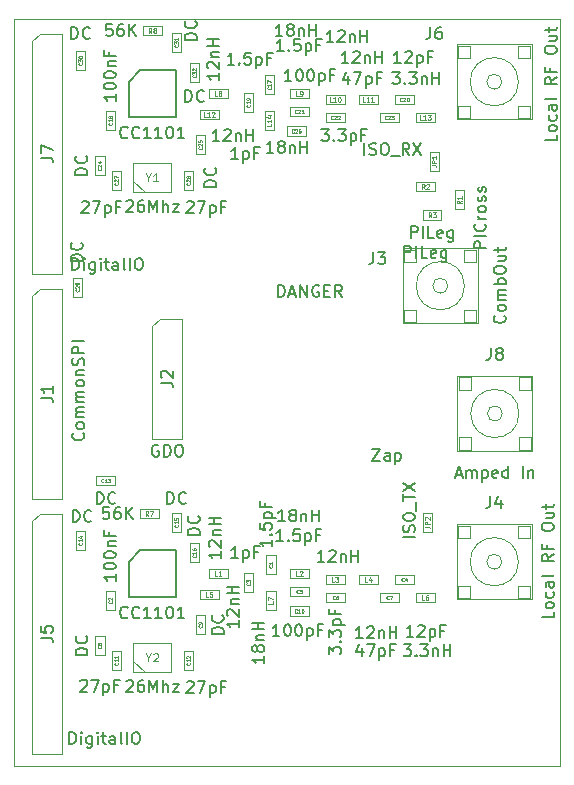
<source format=gbr>
%TF.GenerationSoftware,KiCad,Pcbnew,(5.1.5)-3*%
%TF.CreationDate,2020-04-11T16:30:29+01:00*%
%TF.ProjectId,EPCTest2,45504354-6573-4743-922e-6b696361645f,rev?*%
%TF.SameCoordinates,Original*%
%TF.FileFunction,Other,Fab,Top*%
%FSLAX46Y46*%
G04 Gerber Fmt 4.6, Leading zero omitted, Abs format (unit mm)*
G04 Created by KiCad (PCBNEW (5.1.5)-3) date 2020-04-11 16:30:29*
%MOMM*%
%LPD*%
G04 APERTURE LIST*
%TA.AperFunction,Profile*%
%ADD10C,0.100000*%
%TD*%
%ADD11C,0.100000*%
%ADD12C,0.150000*%
%ADD13C,0.075000*%
%ADD14C,0.105000*%
G04 APERTURE END LIST*
D10*
X92964000Y-64770000D02*
X92964000Y-128016000D01*
X46736000Y-64770000D02*
X92964000Y-64770000D01*
X46736000Y-128016000D02*
X46736000Y-64770000D01*
X92964000Y-128016000D02*
X46736000Y-128016000D01*
D11*
%TO.C,R1*%
X84029600Y-79311600D02*
X84829600Y-79311600D01*
X84029600Y-80911600D02*
X84029600Y-79311600D01*
X84829600Y-80911600D02*
X84029600Y-80911600D01*
X84829600Y-79311600D02*
X84829600Y-80911600D01*
%TO.C,R2*%
X80746000Y-78594000D02*
X82346000Y-78594000D01*
X82346000Y-78594000D02*
X82346000Y-79394000D01*
X82346000Y-79394000D02*
X80746000Y-79394000D01*
X80746000Y-79394000D02*
X80746000Y-78594000D01*
%TO.C,R3*%
X81304800Y-80981600D02*
X82904800Y-80981600D01*
X82904800Y-80981600D02*
X82904800Y-81781600D01*
X82904800Y-81781600D02*
X81304800Y-81781600D01*
X81304800Y-81781600D02*
X81304800Y-80981600D01*
%TO.C,J4*%
X89406000Y-107694000D02*
X90426000Y-107694000D01*
X90546000Y-107574000D02*
X90546000Y-113914000D01*
X84206000Y-113914000D02*
X90546000Y-113914000D01*
X84206000Y-107574000D02*
X84206000Y-113914000D01*
X84206000Y-107574000D02*
X90546000Y-107574000D01*
X85346000Y-107694000D02*
X85346000Y-108714000D01*
X84326000Y-108714000D02*
X85346000Y-108714000D01*
X85346000Y-112774000D02*
X85346000Y-113794000D01*
X84326000Y-112774000D02*
X85346000Y-112774000D01*
X89406000Y-107694000D02*
X89406000Y-108714000D01*
X89406000Y-108714000D02*
X90426000Y-108714000D01*
X90426000Y-112774000D02*
X89406000Y-112774000D01*
X89406000Y-112774000D02*
X89406000Y-113794000D01*
X89416000Y-110744000D02*
G75*
G03X89416000Y-110744000I-2040000J0D01*
G01*
X88011000Y-110744000D02*
G75*
G03X88011000Y-110744000I-635000J0D01*
G01*
X90426000Y-107694000D02*
X90426000Y-108714000D01*
X84326000Y-107694000D02*
X84326000Y-108714000D01*
X84326000Y-107694000D02*
X85346000Y-107694000D01*
X84326000Y-113794000D02*
X85346000Y-113794000D01*
X84326000Y-113794000D02*
X84326000Y-112774000D01*
X90426000Y-112774000D02*
X90426000Y-113794000D01*
X89406000Y-113794000D02*
X90426000Y-113794000D01*
%TO.C,C29*%
X51670000Y-88303000D02*
X51670000Y-86703000D01*
X51670000Y-86703000D02*
X52470000Y-86703000D01*
X52470000Y-86703000D02*
X52470000Y-88303000D01*
X52470000Y-88303000D02*
X51670000Y-88303000D01*
%TO.C,Y2*%
X56820000Y-117622000D02*
X56820000Y-120122000D01*
X56820000Y-120122000D02*
X60020000Y-120122000D01*
X60020000Y-120122000D02*
X60020000Y-117622000D01*
X60020000Y-117622000D02*
X56820000Y-117622000D01*
X56820000Y-119122000D02*
X57820000Y-120122000D01*
%TO.C,L8*%
X63196000Y-70720000D02*
X64796000Y-70720000D01*
X64796000Y-70720000D02*
X64796000Y-71520000D01*
X64796000Y-71520000D02*
X63196000Y-71520000D01*
X63196000Y-71520000D02*
X63196000Y-70720000D01*
%TO.C,C21*%
X71666000Y-73044000D02*
X70066000Y-73044000D01*
X70066000Y-73044000D02*
X70066000Y-72244000D01*
X70066000Y-72244000D02*
X71666000Y-72244000D01*
X71666000Y-72244000D02*
X71666000Y-73044000D01*
%TO.C,C19*%
X66948000Y-71070000D02*
X66948000Y-72670000D01*
X66948000Y-72670000D02*
X66148000Y-72670000D01*
X66148000Y-72670000D02*
X66148000Y-71070000D01*
X66148000Y-71070000D02*
X66948000Y-71070000D01*
%TO.C,C1*%
X68053000Y-110210000D02*
X68853000Y-110210000D01*
X68053000Y-111810000D02*
X68053000Y-110210000D01*
X68853000Y-111810000D02*
X68053000Y-111810000D01*
X68853000Y-110210000D02*
X68853000Y-111810000D01*
%TO.C,C2*%
X54464000Y-114834000D02*
X54464000Y-113234000D01*
X54464000Y-113234000D02*
X55264000Y-113234000D01*
X55264000Y-113234000D02*
X55264000Y-114834000D01*
X55264000Y-114834000D02*
X54464000Y-114834000D01*
%TO.C,C3*%
X66948000Y-111710000D02*
X66948000Y-113310000D01*
X66948000Y-113310000D02*
X66148000Y-113310000D01*
X66148000Y-113310000D02*
X66148000Y-111710000D01*
X66148000Y-111710000D02*
X66948000Y-111710000D01*
%TO.C,C4*%
X78956000Y-112668000D02*
X78956000Y-111868000D01*
X80556000Y-112668000D02*
X78956000Y-112668000D01*
X80556000Y-111868000D02*
X80556000Y-112668000D01*
X78956000Y-111868000D02*
X80556000Y-111868000D01*
%TO.C,C5*%
X71666000Y-113684000D02*
X70066000Y-113684000D01*
X70066000Y-113684000D02*
X70066000Y-112884000D01*
X70066000Y-112884000D02*
X71666000Y-112884000D01*
X71666000Y-112884000D02*
X71666000Y-113684000D01*
%TO.C,C6*%
X74726000Y-114192000D02*
X73126000Y-114192000D01*
X73126000Y-114192000D02*
X73126000Y-113392000D01*
X73126000Y-113392000D02*
X74726000Y-113392000D01*
X74726000Y-113392000D02*
X74726000Y-114192000D01*
%TO.C,C7*%
X79274000Y-113392000D02*
X79274000Y-114192000D01*
X77674000Y-113392000D02*
X79274000Y-113392000D01*
X77674000Y-114192000D02*
X77674000Y-113392000D01*
X79274000Y-114192000D02*
X77674000Y-114192000D01*
%TO.C,C8*%
X54375000Y-117056000D02*
X54375000Y-118656000D01*
X54375000Y-118656000D02*
X53575000Y-118656000D01*
X53575000Y-118656000D02*
X53575000Y-117056000D01*
X53575000Y-117056000D02*
X54375000Y-117056000D01*
%TO.C,C9*%
X62884000Y-115290000D02*
X62884000Y-116890000D01*
X62884000Y-116890000D02*
X62084000Y-116890000D01*
X62084000Y-116890000D02*
X62084000Y-115290000D01*
X62084000Y-115290000D02*
X62884000Y-115290000D01*
%TO.C,C10*%
X70054000Y-115335000D02*
X70054000Y-114535000D01*
X71654000Y-115335000D02*
X70054000Y-115335000D01*
X71654000Y-114535000D02*
X71654000Y-115335000D01*
X70054000Y-114535000D02*
X71654000Y-114535000D01*
%TO.C,C11*%
X54972000Y-119914000D02*
X54972000Y-118314000D01*
X54972000Y-118314000D02*
X55772000Y-118314000D01*
X55772000Y-118314000D02*
X55772000Y-119914000D01*
X55772000Y-119914000D02*
X54972000Y-119914000D01*
%TO.C,C12*%
X61068000Y-118314000D02*
X61868000Y-118314000D01*
X61068000Y-119914000D02*
X61068000Y-118314000D01*
X61868000Y-119914000D02*
X61068000Y-119914000D01*
X61868000Y-118314000D02*
X61868000Y-119914000D01*
%TO.C,C13*%
X53683000Y-103486000D02*
X55283000Y-103486000D01*
X55283000Y-103486000D02*
X55283000Y-104286000D01*
X55283000Y-104286000D02*
X53683000Y-104286000D01*
X53683000Y-104286000D02*
X53683000Y-103486000D01*
%TO.C,C14*%
X51924000Y-108154000D02*
X52724000Y-108154000D01*
X51924000Y-109754000D02*
X51924000Y-108154000D01*
X52724000Y-109754000D02*
X51924000Y-109754000D01*
X52724000Y-108154000D02*
X52724000Y-109754000D01*
%TO.C,C15*%
X60852000Y-108230000D02*
X60052000Y-108230000D01*
X60852000Y-106630000D02*
X60852000Y-108230000D01*
X60052000Y-106630000D02*
X60852000Y-106630000D01*
X60052000Y-108230000D02*
X60052000Y-106630000D01*
%TO.C,C16*%
X61576000Y-110794000D02*
X61576000Y-109194000D01*
X61576000Y-109194000D02*
X62376000Y-109194000D01*
X62376000Y-109194000D02*
X62376000Y-110794000D01*
X62376000Y-110794000D02*
X61576000Y-110794000D01*
%TO.C,C17*%
X67926000Y-69570000D02*
X68726000Y-69570000D01*
X67926000Y-71170000D02*
X67926000Y-69570000D01*
X68726000Y-71170000D02*
X67926000Y-71170000D01*
X68726000Y-69570000D02*
X68726000Y-71170000D01*
%TO.C,C18*%
X54464000Y-74194000D02*
X54464000Y-72594000D01*
X54464000Y-72594000D02*
X55264000Y-72594000D01*
X55264000Y-72594000D02*
X55264000Y-74194000D01*
X55264000Y-74194000D02*
X54464000Y-74194000D01*
%TO.C,C20*%
X78956000Y-72028000D02*
X78956000Y-71228000D01*
X80556000Y-72028000D02*
X78956000Y-72028000D01*
X80556000Y-71228000D02*
X80556000Y-72028000D01*
X78956000Y-71228000D02*
X80556000Y-71228000D01*
%TO.C,C22*%
X74726000Y-73552000D02*
X73126000Y-73552000D01*
X73126000Y-73552000D02*
X73126000Y-72752000D01*
X73126000Y-72752000D02*
X74726000Y-72752000D01*
X74726000Y-72752000D02*
X74726000Y-73552000D01*
%TO.C,C23*%
X79274000Y-72752000D02*
X79274000Y-73552000D01*
X77674000Y-72752000D02*
X79274000Y-72752000D01*
X77674000Y-73552000D02*
X77674000Y-72752000D01*
X79274000Y-73552000D02*
X77674000Y-73552000D01*
%TO.C,C24*%
X53575000Y-76416000D02*
X54375000Y-76416000D01*
X53575000Y-78016000D02*
X53575000Y-76416000D01*
X54375000Y-78016000D02*
X53575000Y-78016000D01*
X54375000Y-76416000D02*
X54375000Y-78016000D01*
%TO.C,C25*%
X62884000Y-74650000D02*
X62884000Y-76250000D01*
X62884000Y-76250000D02*
X62084000Y-76250000D01*
X62084000Y-76250000D02*
X62084000Y-74650000D01*
X62084000Y-74650000D02*
X62884000Y-74650000D01*
%TO.C,C26*%
X69800000Y-74695000D02*
X69800000Y-73895000D01*
X71400000Y-74695000D02*
X69800000Y-74695000D01*
X71400000Y-73895000D02*
X71400000Y-74695000D01*
X69800000Y-73895000D02*
X71400000Y-73895000D01*
%TO.C,C27*%
X54972000Y-79274000D02*
X54972000Y-77674000D01*
X54972000Y-77674000D02*
X55772000Y-77674000D01*
X55772000Y-77674000D02*
X55772000Y-79274000D01*
X55772000Y-79274000D02*
X54972000Y-79274000D01*
%TO.C,C28*%
X61068000Y-77674000D02*
X61868000Y-77674000D01*
X61068000Y-79274000D02*
X61068000Y-77674000D01*
X61868000Y-79274000D02*
X61068000Y-79274000D01*
X61868000Y-77674000D02*
X61868000Y-79274000D01*
%TO.C,C30*%
X51924000Y-67514000D02*
X52724000Y-67514000D01*
X51924000Y-69114000D02*
X51924000Y-67514000D01*
X52724000Y-69114000D02*
X51924000Y-69114000D01*
X52724000Y-67514000D02*
X52724000Y-69114000D01*
%TO.C,C31*%
X60852000Y-67590000D02*
X60052000Y-67590000D01*
X60852000Y-65990000D02*
X60852000Y-67590000D01*
X60052000Y-65990000D02*
X60852000Y-65990000D01*
X60052000Y-67590000D02*
X60052000Y-65990000D01*
%TO.C,C32*%
X62376000Y-70154000D02*
X61576000Y-70154000D01*
X62376000Y-68554000D02*
X62376000Y-70154000D01*
X61576000Y-68554000D02*
X62376000Y-68554000D01*
X61576000Y-70154000D02*
X61576000Y-68554000D01*
%TO.C,J1*%
X48260000Y-88265000D02*
X48895000Y-87630000D01*
X48260000Y-105410000D02*
X48260000Y-88265000D01*
X50800000Y-105410000D02*
X48260000Y-105410000D01*
X50800000Y-87630000D02*
X50800000Y-105410000D01*
X48895000Y-87630000D02*
X50800000Y-87630000D01*
%TO.C,J2*%
X58420000Y-90805000D02*
X59055000Y-90170000D01*
X58420000Y-100330000D02*
X58420000Y-90805000D01*
X60960000Y-100330000D02*
X58420000Y-100330000D01*
X60960000Y-90170000D02*
X60960000Y-100330000D01*
X59055000Y-90170000D02*
X60960000Y-90170000D01*
%TO.C,J3*%
X84834000Y-90426000D02*
X85854000Y-90426000D01*
X85854000Y-89406000D02*
X85854000Y-90426000D01*
X79754000Y-90426000D02*
X79754000Y-89406000D01*
X79754000Y-90426000D02*
X80774000Y-90426000D01*
X79754000Y-84326000D02*
X80774000Y-84326000D01*
X79754000Y-84326000D02*
X79754000Y-85346000D01*
X85854000Y-84326000D02*
X85854000Y-85346000D01*
X83439000Y-87376000D02*
G75*
G03X83439000Y-87376000I-635000J0D01*
G01*
X84844000Y-87376000D02*
G75*
G03X84844000Y-87376000I-2040000J0D01*
G01*
X84834000Y-89406000D02*
X84834000Y-90426000D01*
X85854000Y-89406000D02*
X84834000Y-89406000D01*
X84834000Y-85346000D02*
X85854000Y-85346000D01*
X84834000Y-84326000D02*
X84834000Y-85346000D01*
X79754000Y-89406000D02*
X80774000Y-89406000D01*
X80774000Y-89406000D02*
X80774000Y-90426000D01*
X79754000Y-85346000D02*
X80774000Y-85346000D01*
X80774000Y-84326000D02*
X80774000Y-85346000D01*
X79634000Y-84206000D02*
X85974000Y-84206000D01*
X79634000Y-84206000D02*
X79634000Y-90546000D01*
X79634000Y-90546000D02*
X85974000Y-90546000D01*
X85974000Y-84206000D02*
X85974000Y-90546000D01*
X84834000Y-84326000D02*
X85854000Y-84326000D01*
%TO.C,J5*%
X48260000Y-107315000D02*
X48895000Y-106680000D01*
X48260000Y-127000000D02*
X48260000Y-107315000D01*
X50800000Y-127000000D02*
X48260000Y-127000000D01*
X50800000Y-106680000D02*
X50800000Y-127000000D01*
X48895000Y-106680000D02*
X50800000Y-106680000D01*
%TO.C,J6*%
X89406000Y-73154000D02*
X90426000Y-73154000D01*
X90426000Y-72134000D02*
X90426000Y-73154000D01*
X84326000Y-73154000D02*
X84326000Y-72134000D01*
X84326000Y-73154000D02*
X85346000Y-73154000D01*
X84326000Y-67054000D02*
X85346000Y-67054000D01*
X84326000Y-67054000D02*
X84326000Y-68074000D01*
X90426000Y-67054000D02*
X90426000Y-68074000D01*
X88011000Y-70104000D02*
G75*
G03X88011000Y-70104000I-635000J0D01*
G01*
X89416000Y-70104000D02*
G75*
G03X89416000Y-70104000I-2040000J0D01*
G01*
X89406000Y-72134000D02*
X89406000Y-73154000D01*
X90426000Y-72134000D02*
X89406000Y-72134000D01*
X89406000Y-68074000D02*
X90426000Y-68074000D01*
X89406000Y-67054000D02*
X89406000Y-68074000D01*
X84326000Y-72134000D02*
X85346000Y-72134000D01*
X85346000Y-72134000D02*
X85346000Y-73154000D01*
X84326000Y-68074000D02*
X85346000Y-68074000D01*
X85346000Y-67054000D02*
X85346000Y-68074000D01*
X84206000Y-66934000D02*
X90546000Y-66934000D01*
X84206000Y-66934000D02*
X84206000Y-73274000D01*
X84206000Y-73274000D02*
X90546000Y-73274000D01*
X90546000Y-66934000D02*
X90546000Y-73274000D01*
X89406000Y-67054000D02*
X90426000Y-67054000D01*
%TO.C,J7*%
X48895000Y-66040000D02*
X50800000Y-66040000D01*
X50800000Y-66040000D02*
X50800000Y-86360000D01*
X50800000Y-86360000D02*
X48260000Y-86360000D01*
X48260000Y-86360000D02*
X48260000Y-66675000D01*
X48260000Y-66675000D02*
X48895000Y-66040000D01*
%TO.C,JP1*%
X82696000Y-76060400D02*
X82696000Y-77660400D01*
X82696000Y-77660400D02*
X81896000Y-77660400D01*
X81896000Y-77660400D02*
X81896000Y-76060400D01*
X81896000Y-76060400D02*
X82696000Y-76060400D01*
%TO.C,JP2*%
X82124500Y-108242000D02*
X81324500Y-108242000D01*
X82124500Y-106642000D02*
X82124500Y-108242000D01*
X81324500Y-106642000D02*
X82124500Y-106642000D01*
X81324500Y-108242000D02*
X81324500Y-106642000D01*
%TO.C,L1*%
X63196000Y-112160000D02*
X63196000Y-111360000D01*
X64796000Y-112160000D02*
X63196000Y-112160000D01*
X64796000Y-111360000D02*
X64796000Y-112160000D01*
X63196000Y-111360000D02*
X64796000Y-111360000D01*
%TO.C,L2*%
X70078000Y-111360000D02*
X71678000Y-111360000D01*
X71678000Y-111360000D02*
X71678000Y-112160000D01*
X71678000Y-112160000D02*
X70078000Y-112160000D01*
X70078000Y-112160000D02*
X70078000Y-111360000D01*
%TO.C,L3*%
X73102000Y-112668000D02*
X73102000Y-111868000D01*
X74702000Y-112668000D02*
X73102000Y-112668000D01*
X74702000Y-111868000D02*
X74702000Y-112668000D01*
X73102000Y-111868000D02*
X74702000Y-111868000D01*
%TO.C,L4*%
X75908000Y-112668000D02*
X75908000Y-111868000D01*
X77508000Y-112668000D02*
X75908000Y-112668000D01*
X77508000Y-111868000D02*
X77508000Y-112668000D01*
X75908000Y-111868000D02*
X77508000Y-111868000D01*
%TO.C,L5*%
X64034000Y-113938000D02*
X62434000Y-113938000D01*
X62434000Y-113938000D02*
X62434000Y-113138000D01*
X62434000Y-113138000D02*
X64034000Y-113138000D01*
X64034000Y-113138000D02*
X64034000Y-113938000D01*
%TO.C,L6*%
X82322000Y-114192000D02*
X80722000Y-114192000D01*
X80722000Y-114192000D02*
X80722000Y-113392000D01*
X80722000Y-113392000D02*
X82322000Y-113392000D01*
X82322000Y-113392000D02*
X82322000Y-114192000D01*
%TO.C,L7*%
X68853000Y-113234000D02*
X68853000Y-114834000D01*
X68853000Y-114834000D02*
X68053000Y-114834000D01*
X68053000Y-114834000D02*
X68053000Y-113234000D01*
X68053000Y-113234000D02*
X68853000Y-113234000D01*
%TO.C,L9*%
X70078000Y-71520000D02*
X70078000Y-70720000D01*
X71678000Y-71520000D02*
X70078000Y-71520000D01*
X71678000Y-70720000D02*
X71678000Y-71520000D01*
X70078000Y-70720000D02*
X71678000Y-70720000D01*
%TO.C,L10*%
X73102000Y-72028000D02*
X73102000Y-71228000D01*
X74702000Y-72028000D02*
X73102000Y-72028000D01*
X74702000Y-71228000D02*
X74702000Y-72028000D01*
X73102000Y-71228000D02*
X74702000Y-71228000D01*
%TO.C,L11*%
X75908000Y-72028000D02*
X75908000Y-71228000D01*
X77508000Y-72028000D02*
X75908000Y-72028000D01*
X77508000Y-71228000D02*
X77508000Y-72028000D01*
X75908000Y-71228000D02*
X77508000Y-71228000D01*
%TO.C,L12*%
X64034000Y-72498000D02*
X64034000Y-73298000D01*
X62434000Y-72498000D02*
X64034000Y-72498000D01*
X62434000Y-73298000D02*
X62434000Y-72498000D01*
X64034000Y-73298000D02*
X62434000Y-73298000D01*
%TO.C,L13*%
X82322000Y-73552000D02*
X80722000Y-73552000D01*
X80722000Y-73552000D02*
X80722000Y-72752000D01*
X80722000Y-72752000D02*
X82322000Y-72752000D01*
X82322000Y-72752000D02*
X82322000Y-73552000D01*
%TO.C,L14*%
X68726000Y-72594000D02*
X68726000Y-74194000D01*
X68726000Y-74194000D02*
X67926000Y-74194000D01*
X67926000Y-74194000D02*
X67926000Y-72594000D01*
X67926000Y-72594000D02*
X68726000Y-72594000D01*
%TO.C,R7*%
X57354000Y-107080000D02*
X57354000Y-106280000D01*
X58954000Y-107080000D02*
X57354000Y-107080000D01*
X58954000Y-106280000D02*
X58954000Y-107080000D01*
X57354000Y-106280000D02*
X58954000Y-106280000D01*
%TO.C,R8*%
X57620000Y-66186000D02*
X57620000Y-65386000D01*
X59220000Y-66186000D02*
X57620000Y-66186000D01*
X59220000Y-65386000D02*
X59220000Y-66186000D01*
X57620000Y-65386000D02*
X59220000Y-65386000D01*
%TO.C,Y1*%
X56820000Y-78482000D02*
X57820000Y-79482000D01*
X60020000Y-76982000D02*
X56820000Y-76982000D01*
X60020000Y-79482000D02*
X60020000Y-76982000D01*
X56820000Y-79482000D02*
X60020000Y-79482000D01*
X56820000Y-76982000D02*
X56820000Y-79482000D01*
D12*
%TO.C,U1*%
X57420000Y-109760000D02*
X60420000Y-109760000D01*
X60420000Y-109760000D02*
X60420000Y-113760000D01*
X60420000Y-113760000D02*
X56420000Y-113760000D01*
X56420000Y-113760000D02*
X56420000Y-110760000D01*
X56420000Y-110760000D02*
X57420000Y-109760000D01*
%TO.C,U2*%
X56420000Y-70120000D02*
X57420000Y-69120000D01*
X56420000Y-73120000D02*
X56420000Y-70120000D01*
X60420000Y-73120000D02*
X56420000Y-73120000D01*
X60420000Y-69120000D02*
X60420000Y-73120000D01*
X57420000Y-69120000D02*
X60420000Y-69120000D01*
D11*
%TO.C,J8*%
X89456800Y-101246400D02*
X90476800Y-101246400D01*
X90476800Y-100226400D02*
X90476800Y-101246400D01*
X84376800Y-101246400D02*
X84376800Y-100226400D01*
X84376800Y-101246400D02*
X85396800Y-101246400D01*
X84376800Y-95146400D02*
X85396800Y-95146400D01*
X84376800Y-95146400D02*
X84376800Y-96166400D01*
X90476800Y-95146400D02*
X90476800Y-96166400D01*
X88061800Y-98196400D02*
G75*
G03X88061800Y-98196400I-635000J0D01*
G01*
X89466800Y-98196400D02*
G75*
G03X89466800Y-98196400I-2040000J0D01*
G01*
X89456800Y-100226400D02*
X89456800Y-101246400D01*
X90476800Y-100226400D02*
X89456800Y-100226400D01*
X89456800Y-96166400D02*
X90476800Y-96166400D01*
X89456800Y-95146400D02*
X89456800Y-96166400D01*
X84376800Y-100226400D02*
X85396800Y-100226400D01*
X85396800Y-100226400D02*
X85396800Y-101246400D01*
X84376800Y-96166400D02*
X85396800Y-96166400D01*
X85396800Y-95146400D02*
X85396800Y-96166400D01*
X84256800Y-95026400D02*
X90596800Y-95026400D01*
X84256800Y-95026400D02*
X84256800Y-101366400D01*
X84256800Y-101366400D02*
X90596800Y-101366400D01*
X90596800Y-95026400D02*
X90596800Y-101366400D01*
X89456800Y-95146400D02*
X90476800Y-95146400D01*
%TD*%
%TO.C,R1*%
D12*
X86659980Y-84195028D02*
X85659980Y-84195028D01*
X85659980Y-83814076D01*
X85707600Y-83718838D01*
X85755219Y-83671219D01*
X85850457Y-83623600D01*
X85993314Y-83623600D01*
X86088552Y-83671219D01*
X86136171Y-83718838D01*
X86183790Y-83814076D01*
X86183790Y-84195028D01*
X86659980Y-83195028D02*
X85659980Y-83195028D01*
X86564742Y-82147409D02*
X86612361Y-82195028D01*
X86659980Y-82337885D01*
X86659980Y-82433123D01*
X86612361Y-82575980D01*
X86517123Y-82671219D01*
X86421885Y-82718838D01*
X86231409Y-82766457D01*
X86088552Y-82766457D01*
X85898076Y-82718838D01*
X85802838Y-82671219D01*
X85707600Y-82575980D01*
X85659980Y-82433123D01*
X85659980Y-82337885D01*
X85707600Y-82195028D01*
X85755219Y-82147409D01*
X86659980Y-81718838D02*
X85993314Y-81718838D01*
X86183790Y-81718838D02*
X86088552Y-81671219D01*
X86040933Y-81623600D01*
X85993314Y-81528361D01*
X85993314Y-81433123D01*
X86659980Y-80956933D02*
X86612361Y-81052171D01*
X86564742Y-81099790D01*
X86469504Y-81147409D01*
X86183790Y-81147409D01*
X86088552Y-81099790D01*
X86040933Y-81052171D01*
X85993314Y-80956933D01*
X85993314Y-80814076D01*
X86040933Y-80718838D01*
X86088552Y-80671219D01*
X86183790Y-80623600D01*
X86469504Y-80623600D01*
X86564742Y-80671219D01*
X86612361Y-80718838D01*
X86659980Y-80814076D01*
X86659980Y-80956933D01*
X86612361Y-80242647D02*
X86659980Y-80147409D01*
X86659980Y-79956933D01*
X86612361Y-79861695D01*
X86517123Y-79814076D01*
X86469504Y-79814076D01*
X86374266Y-79861695D01*
X86326647Y-79956933D01*
X86326647Y-80099790D01*
X86279028Y-80195028D01*
X86183790Y-80242647D01*
X86136171Y-80242647D01*
X86040933Y-80195028D01*
X85993314Y-80099790D01*
X85993314Y-79956933D01*
X86040933Y-79861695D01*
X86612361Y-79433123D02*
X86659980Y-79337885D01*
X86659980Y-79147409D01*
X86612361Y-79052171D01*
X86517123Y-79004552D01*
X86469504Y-79004552D01*
X86374266Y-79052171D01*
X86326647Y-79147409D01*
X86326647Y-79290266D01*
X86279028Y-79385504D01*
X86183790Y-79433123D01*
X86136171Y-79433123D01*
X86040933Y-79385504D01*
X85993314Y-79290266D01*
X85993314Y-79147409D01*
X86040933Y-79052171D01*
D13*
X84610552Y-80178266D02*
X84420076Y-80311600D01*
X84610552Y-80406838D02*
X84210552Y-80406838D01*
X84210552Y-80254457D01*
X84229600Y-80216361D01*
X84248647Y-80197314D01*
X84286742Y-80178266D01*
X84343885Y-80178266D01*
X84381980Y-80197314D01*
X84401028Y-80216361D01*
X84420076Y-80254457D01*
X84420076Y-80406838D01*
X84610552Y-79797314D02*
X84610552Y-80025885D01*
X84610552Y-79911600D02*
X84210552Y-79911600D01*
X84267695Y-79949695D01*
X84305790Y-79987790D01*
X84324838Y-80025885D01*
%TO.C,R2*%
D12*
X79748285Y-85034380D02*
X79748285Y-84034380D01*
X80129238Y-84034380D01*
X80224476Y-84082000D01*
X80272095Y-84129619D01*
X80319714Y-84224857D01*
X80319714Y-84367714D01*
X80272095Y-84462952D01*
X80224476Y-84510571D01*
X80129238Y-84558190D01*
X79748285Y-84558190D01*
X80748285Y-85034380D02*
X80748285Y-84034380D01*
X81700666Y-85034380D02*
X81224476Y-85034380D01*
X81224476Y-84034380D01*
X82414952Y-84986761D02*
X82319714Y-85034380D01*
X82129238Y-85034380D01*
X82034000Y-84986761D01*
X81986380Y-84891523D01*
X81986380Y-84510571D01*
X82034000Y-84415333D01*
X82129238Y-84367714D01*
X82319714Y-84367714D01*
X82414952Y-84415333D01*
X82462571Y-84510571D01*
X82462571Y-84605809D01*
X81986380Y-84701047D01*
X83319714Y-84367714D02*
X83319714Y-85177238D01*
X83272095Y-85272476D01*
X83224476Y-85320095D01*
X83129238Y-85367714D01*
X82986380Y-85367714D01*
X82891142Y-85320095D01*
X83319714Y-84986761D02*
X83224476Y-85034380D01*
X83034000Y-85034380D01*
X82938761Y-84986761D01*
X82891142Y-84939142D01*
X82843523Y-84843904D01*
X82843523Y-84558190D01*
X82891142Y-84462952D01*
X82938761Y-84415333D01*
X83034000Y-84367714D01*
X83224476Y-84367714D01*
X83319714Y-84415333D01*
D13*
X81479333Y-79174952D02*
X81346000Y-78984476D01*
X81250761Y-79174952D02*
X81250761Y-78774952D01*
X81403142Y-78774952D01*
X81441238Y-78794000D01*
X81460285Y-78813047D01*
X81479333Y-78851142D01*
X81479333Y-78908285D01*
X81460285Y-78946380D01*
X81441238Y-78965428D01*
X81403142Y-78984476D01*
X81250761Y-78984476D01*
X81631714Y-78813047D02*
X81650761Y-78794000D01*
X81688857Y-78774952D01*
X81784095Y-78774952D01*
X81822190Y-78794000D01*
X81841238Y-78813047D01*
X81860285Y-78851142D01*
X81860285Y-78889238D01*
X81841238Y-78946380D01*
X81612666Y-79174952D01*
X81860285Y-79174952D01*
%TO.C,R3*%
D12*
X80319085Y-83333980D02*
X80319085Y-82333980D01*
X80700038Y-82333980D01*
X80795276Y-82381600D01*
X80842895Y-82429219D01*
X80890514Y-82524457D01*
X80890514Y-82667314D01*
X80842895Y-82762552D01*
X80795276Y-82810171D01*
X80700038Y-82857790D01*
X80319085Y-82857790D01*
X81319085Y-83333980D02*
X81319085Y-82333980D01*
X82271466Y-83333980D02*
X81795276Y-83333980D01*
X81795276Y-82333980D01*
X82985752Y-83286361D02*
X82890514Y-83333980D01*
X82700038Y-83333980D01*
X82604800Y-83286361D01*
X82557180Y-83191123D01*
X82557180Y-82810171D01*
X82604800Y-82714933D01*
X82700038Y-82667314D01*
X82890514Y-82667314D01*
X82985752Y-82714933D01*
X83033371Y-82810171D01*
X83033371Y-82905409D01*
X82557180Y-83000647D01*
X83890514Y-82667314D02*
X83890514Y-83476838D01*
X83842895Y-83572076D01*
X83795276Y-83619695D01*
X83700038Y-83667314D01*
X83557180Y-83667314D01*
X83461942Y-83619695D01*
X83890514Y-83286361D02*
X83795276Y-83333980D01*
X83604800Y-83333980D01*
X83509561Y-83286361D01*
X83461942Y-83238742D01*
X83414323Y-83143504D01*
X83414323Y-82857790D01*
X83461942Y-82762552D01*
X83509561Y-82714933D01*
X83604800Y-82667314D01*
X83795276Y-82667314D01*
X83890514Y-82714933D01*
D13*
X82038133Y-81562552D02*
X81904800Y-81372076D01*
X81809561Y-81562552D02*
X81809561Y-81162552D01*
X81961942Y-81162552D01*
X82000038Y-81181600D01*
X82019085Y-81200647D01*
X82038133Y-81238742D01*
X82038133Y-81295885D01*
X82019085Y-81333980D01*
X82000038Y-81353028D01*
X81961942Y-81372076D01*
X81809561Y-81372076D01*
X82171466Y-81162552D02*
X82419085Y-81162552D01*
X82285752Y-81314933D01*
X82342895Y-81314933D01*
X82380990Y-81333980D01*
X82400038Y-81353028D01*
X82419085Y-81391123D01*
X82419085Y-81486361D01*
X82400038Y-81524457D01*
X82380990Y-81543504D01*
X82342895Y-81562552D01*
X82228609Y-81562552D01*
X82190514Y-81543504D01*
X82171466Y-81524457D01*
%TO.C,J4*%
D12*
X92400380Y-114982095D02*
X92400380Y-115458285D01*
X91400380Y-115458285D01*
X92400380Y-114505904D02*
X92352761Y-114601142D01*
X92305142Y-114648761D01*
X92209904Y-114696380D01*
X91924190Y-114696380D01*
X91828952Y-114648761D01*
X91781333Y-114601142D01*
X91733714Y-114505904D01*
X91733714Y-114363047D01*
X91781333Y-114267809D01*
X91828952Y-114220190D01*
X91924190Y-114172571D01*
X92209904Y-114172571D01*
X92305142Y-114220190D01*
X92352761Y-114267809D01*
X92400380Y-114363047D01*
X92400380Y-114505904D01*
X92352761Y-113315428D02*
X92400380Y-113410666D01*
X92400380Y-113601142D01*
X92352761Y-113696380D01*
X92305142Y-113744000D01*
X92209904Y-113791619D01*
X91924190Y-113791619D01*
X91828952Y-113744000D01*
X91781333Y-113696380D01*
X91733714Y-113601142D01*
X91733714Y-113410666D01*
X91781333Y-113315428D01*
X92400380Y-112458285D02*
X91876571Y-112458285D01*
X91781333Y-112505904D01*
X91733714Y-112601142D01*
X91733714Y-112791619D01*
X91781333Y-112886857D01*
X92352761Y-112458285D02*
X92400380Y-112553523D01*
X92400380Y-112791619D01*
X92352761Y-112886857D01*
X92257523Y-112934476D01*
X92162285Y-112934476D01*
X92067047Y-112886857D01*
X92019428Y-112791619D01*
X92019428Y-112553523D01*
X91971809Y-112458285D01*
X92400380Y-111839238D02*
X92352761Y-111934476D01*
X92257523Y-111982095D01*
X91400380Y-111982095D01*
X92400380Y-110124952D02*
X91924190Y-110458285D01*
X92400380Y-110696380D02*
X91400380Y-110696380D01*
X91400380Y-110315428D01*
X91448000Y-110220190D01*
X91495619Y-110172571D01*
X91590857Y-110124952D01*
X91733714Y-110124952D01*
X91828952Y-110172571D01*
X91876571Y-110220190D01*
X91924190Y-110315428D01*
X91924190Y-110696380D01*
X91876571Y-109363047D02*
X91876571Y-109696380D01*
X92400380Y-109696380D02*
X91400380Y-109696380D01*
X91400380Y-109220190D01*
X91400380Y-107886857D02*
X91400380Y-107696380D01*
X91448000Y-107601142D01*
X91543238Y-107505904D01*
X91733714Y-107458285D01*
X92067047Y-107458285D01*
X92257523Y-107505904D01*
X92352761Y-107601142D01*
X92400380Y-107696380D01*
X92400380Y-107886857D01*
X92352761Y-107982095D01*
X92257523Y-108077333D01*
X92067047Y-108124952D01*
X91733714Y-108124952D01*
X91543238Y-108077333D01*
X91448000Y-107982095D01*
X91400380Y-107886857D01*
X91733714Y-106601142D02*
X92400380Y-106601142D01*
X91733714Y-107029714D02*
X92257523Y-107029714D01*
X92352761Y-106982095D01*
X92400380Y-106886857D01*
X92400380Y-106744000D01*
X92352761Y-106648761D01*
X92305142Y-106601142D01*
X91733714Y-106267809D02*
X91733714Y-105886857D01*
X91400380Y-106124952D02*
X92257523Y-106124952D01*
X92352761Y-106077333D01*
X92400380Y-105982095D01*
X92400380Y-105886857D01*
X87042666Y-105196380D02*
X87042666Y-105910666D01*
X86995047Y-106053523D01*
X86899809Y-106148761D01*
X86756952Y-106196380D01*
X86661714Y-106196380D01*
X87947428Y-105529714D02*
X87947428Y-106196380D01*
X87709333Y-105148761D02*
X87471238Y-105863047D01*
X88090285Y-105863047D01*
%TO.C,DO NOT LICK*%
X77044704Y-101179380D02*
X77711371Y-101179380D01*
X77044704Y-102179380D01*
X77711371Y-102179380D01*
X78520895Y-102179380D02*
X78520895Y-101655571D01*
X78473276Y-101560333D01*
X78378038Y-101512714D01*
X78187561Y-101512714D01*
X78092323Y-101560333D01*
X78520895Y-102131761D02*
X78425657Y-102179380D01*
X78187561Y-102179380D01*
X78092323Y-102131761D01*
X78044704Y-102036523D01*
X78044704Y-101941285D01*
X78092323Y-101846047D01*
X78187561Y-101798428D01*
X78425657Y-101798428D01*
X78520895Y-101750809D01*
X78997085Y-101512714D02*
X78997085Y-102512714D01*
X78997085Y-101560333D02*
X79092323Y-101512714D01*
X79282800Y-101512714D01*
X79378038Y-101560333D01*
X79425657Y-101607952D01*
X79473276Y-101703190D01*
X79473276Y-101988904D01*
X79425657Y-102084142D01*
X79378038Y-102131761D01*
X79282800Y-102179380D01*
X79092323Y-102179380D01*
X78997085Y-102131761D01*
%TO.C, *%
X69088333Y-88336380D02*
X69088333Y-87336380D01*
X69326428Y-87336380D01*
X69469285Y-87384000D01*
X69564523Y-87479238D01*
X69612142Y-87574476D01*
X69659761Y-87764952D01*
X69659761Y-87907809D01*
X69612142Y-88098285D01*
X69564523Y-88193523D01*
X69469285Y-88288761D01*
X69326428Y-88336380D01*
X69088333Y-88336380D01*
X70040714Y-88050666D02*
X70516904Y-88050666D01*
X69945476Y-88336380D02*
X70278809Y-87336380D01*
X70612142Y-88336380D01*
X70945476Y-88336380D02*
X70945476Y-87336380D01*
X71516904Y-88336380D01*
X71516904Y-87336380D01*
X72516904Y-87384000D02*
X72421666Y-87336380D01*
X72278809Y-87336380D01*
X72135952Y-87384000D01*
X72040714Y-87479238D01*
X71993095Y-87574476D01*
X71945476Y-87764952D01*
X71945476Y-87907809D01*
X71993095Y-88098285D01*
X72040714Y-88193523D01*
X72135952Y-88288761D01*
X72278809Y-88336380D01*
X72374047Y-88336380D01*
X72516904Y-88288761D01*
X72564523Y-88241142D01*
X72564523Y-87907809D01*
X72374047Y-87907809D01*
X72993095Y-87812571D02*
X73326428Y-87812571D01*
X73469285Y-88336380D02*
X72993095Y-88336380D01*
X72993095Y-87336380D01*
X73469285Y-87336380D01*
X74469285Y-88336380D02*
X74135952Y-87860190D01*
X73897857Y-88336380D02*
X73897857Y-87336380D01*
X74278809Y-87336380D01*
X74374047Y-87384000D01*
X74421666Y-87431619D01*
X74469285Y-87526857D01*
X74469285Y-87669714D01*
X74421666Y-87764952D01*
X74374047Y-87812571D01*
X74278809Y-87860190D01*
X73897857Y-87860190D01*
%TO.C,C29*%
X52522380Y-85292404D02*
X51522380Y-85292404D01*
X51522380Y-85054309D01*
X51570000Y-84911452D01*
X51665238Y-84816214D01*
X51760476Y-84768595D01*
X51950952Y-84720976D01*
X52093809Y-84720976D01*
X52284285Y-84768595D01*
X52379523Y-84816214D01*
X52474761Y-84911452D01*
X52522380Y-85054309D01*
X52522380Y-85292404D01*
X52427142Y-83720976D02*
X52474761Y-83768595D01*
X52522380Y-83911452D01*
X52522380Y-84006690D01*
X52474761Y-84149547D01*
X52379523Y-84244785D01*
X52284285Y-84292404D01*
X52093809Y-84340023D01*
X51950952Y-84340023D01*
X51760476Y-84292404D01*
X51665238Y-84244785D01*
X51570000Y-84149547D01*
X51522380Y-84006690D01*
X51522380Y-83911452D01*
X51570000Y-83768595D01*
X51617619Y-83720976D01*
D13*
X52177142Y-87695857D02*
X52191428Y-87710142D01*
X52205714Y-87753000D01*
X52205714Y-87781571D01*
X52191428Y-87824428D01*
X52162857Y-87853000D01*
X52134285Y-87867285D01*
X52077142Y-87881571D01*
X52034285Y-87881571D01*
X51977142Y-87867285D01*
X51948571Y-87853000D01*
X51920000Y-87824428D01*
X51905714Y-87781571D01*
X51905714Y-87753000D01*
X51920000Y-87710142D01*
X51934285Y-87695857D01*
X51934285Y-87581571D02*
X51920000Y-87567285D01*
X51905714Y-87538714D01*
X51905714Y-87467285D01*
X51920000Y-87438714D01*
X51934285Y-87424428D01*
X51962857Y-87410142D01*
X51991428Y-87410142D01*
X52034285Y-87424428D01*
X52205714Y-87595857D01*
X52205714Y-87410142D01*
X52205714Y-87267285D02*
X52205714Y-87210142D01*
X52191428Y-87181571D01*
X52177142Y-87167285D01*
X52134285Y-87138714D01*
X52077142Y-87124428D01*
X51962857Y-87124428D01*
X51934285Y-87138714D01*
X51920000Y-87153000D01*
X51905714Y-87181571D01*
X51905714Y-87238714D01*
X51920000Y-87267285D01*
X51934285Y-87281571D01*
X51962857Y-87295857D01*
X52034285Y-87295857D01*
X52062857Y-87281571D01*
X52077142Y-87267285D01*
X52091428Y-87238714D01*
X52091428Y-87181571D01*
X52077142Y-87153000D01*
X52062857Y-87138714D01*
X52034285Y-87124428D01*
%TO.C,Y2*%
D12*
X56229523Y-120869619D02*
X56277142Y-120822000D01*
X56372380Y-120774380D01*
X56610476Y-120774380D01*
X56705714Y-120822000D01*
X56753333Y-120869619D01*
X56800952Y-120964857D01*
X56800952Y-121060095D01*
X56753333Y-121202952D01*
X56181904Y-121774380D01*
X56800952Y-121774380D01*
X57658095Y-120774380D02*
X57467619Y-120774380D01*
X57372380Y-120822000D01*
X57324761Y-120869619D01*
X57229523Y-121012476D01*
X57181904Y-121202952D01*
X57181904Y-121583904D01*
X57229523Y-121679142D01*
X57277142Y-121726761D01*
X57372380Y-121774380D01*
X57562857Y-121774380D01*
X57658095Y-121726761D01*
X57705714Y-121679142D01*
X57753333Y-121583904D01*
X57753333Y-121345809D01*
X57705714Y-121250571D01*
X57658095Y-121202952D01*
X57562857Y-121155333D01*
X57372380Y-121155333D01*
X57277142Y-121202952D01*
X57229523Y-121250571D01*
X57181904Y-121345809D01*
X58181904Y-121774380D02*
X58181904Y-120774380D01*
X58515238Y-121488666D01*
X58848571Y-120774380D01*
X58848571Y-121774380D01*
X59324761Y-121774380D02*
X59324761Y-120774380D01*
X59753333Y-121774380D02*
X59753333Y-121250571D01*
X59705714Y-121155333D01*
X59610476Y-121107714D01*
X59467619Y-121107714D01*
X59372380Y-121155333D01*
X59324761Y-121202952D01*
X60134285Y-121107714D02*
X60658095Y-121107714D01*
X60134285Y-121774380D01*
X60658095Y-121774380D01*
D14*
X58086666Y-118855333D02*
X58086666Y-119188666D01*
X57853333Y-118488666D02*
X58086666Y-118855333D01*
X58320000Y-118488666D01*
X58520000Y-118555333D02*
X58553333Y-118522000D01*
X58620000Y-118488666D01*
X58786666Y-118488666D01*
X58853333Y-118522000D01*
X58886666Y-118555333D01*
X58920000Y-118622000D01*
X58920000Y-118688666D01*
X58886666Y-118788666D01*
X58486666Y-119188666D01*
X58920000Y-119188666D01*
%TO.C,L8*%
D12*
X64079380Y-69365666D02*
X64079380Y-69937095D01*
X64079380Y-69651380D02*
X63079380Y-69651380D01*
X63222238Y-69746619D01*
X63317476Y-69841857D01*
X63365095Y-69937095D01*
X63174619Y-68984714D02*
X63127000Y-68937095D01*
X63079380Y-68841857D01*
X63079380Y-68603761D01*
X63127000Y-68508523D01*
X63174619Y-68460904D01*
X63269857Y-68413285D01*
X63365095Y-68413285D01*
X63507952Y-68460904D01*
X64079380Y-69032333D01*
X64079380Y-68413285D01*
X63412714Y-67984714D02*
X64079380Y-67984714D01*
X63507952Y-67984714D02*
X63460333Y-67937095D01*
X63412714Y-67841857D01*
X63412714Y-67699000D01*
X63460333Y-67603761D01*
X63555571Y-67556142D01*
X64079380Y-67556142D01*
X64079380Y-67079952D02*
X63079380Y-67079952D01*
X63555571Y-67079952D02*
X63555571Y-66508523D01*
X64079380Y-66508523D02*
X63079380Y-66508523D01*
D13*
X63929333Y-71300952D02*
X63738857Y-71300952D01*
X63738857Y-70900952D01*
X64119809Y-71072380D02*
X64081714Y-71053333D01*
X64062666Y-71034285D01*
X64043619Y-70996190D01*
X64043619Y-70977142D01*
X64062666Y-70939047D01*
X64081714Y-70920000D01*
X64119809Y-70900952D01*
X64196000Y-70900952D01*
X64234095Y-70920000D01*
X64253142Y-70939047D01*
X64272190Y-70977142D01*
X64272190Y-70996190D01*
X64253142Y-71034285D01*
X64234095Y-71053333D01*
X64196000Y-71072380D01*
X64119809Y-71072380D01*
X64081714Y-71091428D01*
X64062666Y-71110476D01*
X64043619Y-71148571D01*
X64043619Y-71224761D01*
X64062666Y-71262857D01*
X64081714Y-71281904D01*
X64119809Y-71300952D01*
X64196000Y-71300952D01*
X64234095Y-71281904D01*
X64253142Y-71262857D01*
X64272190Y-71224761D01*
X64272190Y-71148571D01*
X64253142Y-71110476D01*
X64234095Y-71091428D01*
X64196000Y-71072380D01*
%TO.C,C21*%
D12*
X69556476Y-67508380D02*
X68985047Y-67508380D01*
X69270761Y-67508380D02*
X69270761Y-66508380D01*
X69175523Y-66651238D01*
X69080285Y-66746476D01*
X68985047Y-66794095D01*
X69985047Y-67413142D02*
X70032666Y-67460761D01*
X69985047Y-67508380D01*
X69937428Y-67460761D01*
X69985047Y-67413142D01*
X69985047Y-67508380D01*
X70937428Y-66508380D02*
X70461238Y-66508380D01*
X70413619Y-66984571D01*
X70461238Y-66936952D01*
X70556476Y-66889333D01*
X70794571Y-66889333D01*
X70889809Y-66936952D01*
X70937428Y-66984571D01*
X70985047Y-67079809D01*
X70985047Y-67317904D01*
X70937428Y-67413142D01*
X70889809Y-67460761D01*
X70794571Y-67508380D01*
X70556476Y-67508380D01*
X70461238Y-67460761D01*
X70413619Y-67413142D01*
X71413619Y-66841714D02*
X71413619Y-67841714D01*
X71413619Y-66889333D02*
X71508857Y-66841714D01*
X71699333Y-66841714D01*
X71794571Y-66889333D01*
X71842190Y-66936952D01*
X71889809Y-67032190D01*
X71889809Y-67317904D01*
X71842190Y-67413142D01*
X71794571Y-67460761D01*
X71699333Y-67508380D01*
X71508857Y-67508380D01*
X71413619Y-67460761D01*
X72651714Y-66984571D02*
X72318380Y-66984571D01*
X72318380Y-67508380D02*
X72318380Y-66508380D01*
X72794571Y-66508380D01*
D13*
X70673142Y-72751142D02*
X70658857Y-72765428D01*
X70616000Y-72779714D01*
X70587428Y-72779714D01*
X70544571Y-72765428D01*
X70516000Y-72736857D01*
X70501714Y-72708285D01*
X70487428Y-72651142D01*
X70487428Y-72608285D01*
X70501714Y-72551142D01*
X70516000Y-72522571D01*
X70544571Y-72494000D01*
X70587428Y-72479714D01*
X70616000Y-72479714D01*
X70658857Y-72494000D01*
X70673142Y-72508285D01*
X70787428Y-72508285D02*
X70801714Y-72494000D01*
X70830285Y-72479714D01*
X70901714Y-72479714D01*
X70930285Y-72494000D01*
X70944571Y-72508285D01*
X70958857Y-72536857D01*
X70958857Y-72565428D01*
X70944571Y-72608285D01*
X70773142Y-72779714D01*
X70958857Y-72779714D01*
X71244571Y-72779714D02*
X71073142Y-72779714D01*
X71158857Y-72779714D02*
X71158857Y-72479714D01*
X71130285Y-72522571D01*
X71101714Y-72551142D01*
X71073142Y-72565428D01*
%TO.C,C19*%
D12*
X65698761Y-76652380D02*
X65127333Y-76652380D01*
X65413047Y-76652380D02*
X65413047Y-75652380D01*
X65317809Y-75795238D01*
X65222571Y-75890476D01*
X65127333Y-75938095D01*
X66127333Y-75985714D02*
X66127333Y-76985714D01*
X66127333Y-76033333D02*
X66222571Y-75985714D01*
X66413047Y-75985714D01*
X66508285Y-76033333D01*
X66555904Y-76080952D01*
X66603523Y-76176190D01*
X66603523Y-76461904D01*
X66555904Y-76557142D01*
X66508285Y-76604761D01*
X66413047Y-76652380D01*
X66222571Y-76652380D01*
X66127333Y-76604761D01*
X67365428Y-76128571D02*
X67032095Y-76128571D01*
X67032095Y-76652380D02*
X67032095Y-75652380D01*
X67508285Y-75652380D01*
D13*
X66655142Y-72062857D02*
X66669428Y-72077142D01*
X66683714Y-72120000D01*
X66683714Y-72148571D01*
X66669428Y-72191428D01*
X66640857Y-72220000D01*
X66612285Y-72234285D01*
X66555142Y-72248571D01*
X66512285Y-72248571D01*
X66455142Y-72234285D01*
X66426571Y-72220000D01*
X66398000Y-72191428D01*
X66383714Y-72148571D01*
X66383714Y-72120000D01*
X66398000Y-72077142D01*
X66412285Y-72062857D01*
X66683714Y-71777142D02*
X66683714Y-71948571D01*
X66683714Y-71862857D02*
X66383714Y-71862857D01*
X66426571Y-71891428D01*
X66455142Y-71920000D01*
X66469428Y-71948571D01*
X66683714Y-71634285D02*
X66683714Y-71577142D01*
X66669428Y-71548571D01*
X66655142Y-71534285D01*
X66612285Y-71505714D01*
X66555142Y-71491428D01*
X66440857Y-71491428D01*
X66412285Y-71505714D01*
X66398000Y-71520000D01*
X66383714Y-71548571D01*
X66383714Y-71605714D01*
X66398000Y-71634285D01*
X66412285Y-71648571D01*
X66440857Y-71662857D01*
X66512285Y-71662857D01*
X66540857Y-71648571D01*
X66555142Y-71634285D01*
X66569428Y-71605714D01*
X66569428Y-71548571D01*
X66555142Y-71520000D01*
X66540857Y-71505714D01*
X66512285Y-71491428D01*
%TO.C,C1*%
D12*
X68524380Y-108878523D02*
X68524380Y-109449952D01*
X68524380Y-109164238D02*
X67524380Y-109164238D01*
X67667238Y-109259476D01*
X67762476Y-109354714D01*
X67810095Y-109449952D01*
X68429142Y-108449952D02*
X68476761Y-108402333D01*
X68524380Y-108449952D01*
X68476761Y-108497571D01*
X68429142Y-108449952D01*
X68524380Y-108449952D01*
X67524380Y-107497571D02*
X67524380Y-107973761D01*
X68000571Y-108021380D01*
X67952952Y-107973761D01*
X67905333Y-107878523D01*
X67905333Y-107640428D01*
X67952952Y-107545190D01*
X68000571Y-107497571D01*
X68095809Y-107449952D01*
X68333904Y-107449952D01*
X68429142Y-107497571D01*
X68476761Y-107545190D01*
X68524380Y-107640428D01*
X68524380Y-107878523D01*
X68476761Y-107973761D01*
X68429142Y-108021380D01*
X67857714Y-107021380D02*
X68857714Y-107021380D01*
X67905333Y-107021380D02*
X67857714Y-106926142D01*
X67857714Y-106735666D01*
X67905333Y-106640428D01*
X67952952Y-106592809D01*
X68048190Y-106545190D01*
X68333904Y-106545190D01*
X68429142Y-106592809D01*
X68476761Y-106640428D01*
X68524380Y-106735666D01*
X68524380Y-106926142D01*
X68476761Y-107021380D01*
X68000571Y-105783285D02*
X68000571Y-106116619D01*
X68524380Y-106116619D02*
X67524380Y-106116619D01*
X67524380Y-105640428D01*
D13*
X68560142Y-111060000D02*
X68574428Y-111074285D01*
X68588714Y-111117142D01*
X68588714Y-111145714D01*
X68574428Y-111188571D01*
X68545857Y-111217142D01*
X68517285Y-111231428D01*
X68460142Y-111245714D01*
X68417285Y-111245714D01*
X68360142Y-111231428D01*
X68331571Y-111217142D01*
X68303000Y-111188571D01*
X68288714Y-111145714D01*
X68288714Y-111117142D01*
X68303000Y-111074285D01*
X68317285Y-111060000D01*
X68588714Y-110774285D02*
X68588714Y-110945714D01*
X68588714Y-110860000D02*
X68288714Y-110860000D01*
X68331571Y-110888571D01*
X68360142Y-110917142D01*
X68374428Y-110945714D01*
%TO.C,C2*%
D12*
X55316380Y-111783619D02*
X55316380Y-112355047D01*
X55316380Y-112069333D02*
X54316380Y-112069333D01*
X54459238Y-112164571D01*
X54554476Y-112259809D01*
X54602095Y-112355047D01*
X54316380Y-111164571D02*
X54316380Y-111069333D01*
X54364000Y-110974095D01*
X54411619Y-110926476D01*
X54506857Y-110878857D01*
X54697333Y-110831238D01*
X54935428Y-110831238D01*
X55125904Y-110878857D01*
X55221142Y-110926476D01*
X55268761Y-110974095D01*
X55316380Y-111069333D01*
X55316380Y-111164571D01*
X55268761Y-111259809D01*
X55221142Y-111307428D01*
X55125904Y-111355047D01*
X54935428Y-111402666D01*
X54697333Y-111402666D01*
X54506857Y-111355047D01*
X54411619Y-111307428D01*
X54364000Y-111259809D01*
X54316380Y-111164571D01*
X54316380Y-110212190D02*
X54316380Y-110116952D01*
X54364000Y-110021714D01*
X54411619Y-109974095D01*
X54506857Y-109926476D01*
X54697333Y-109878857D01*
X54935428Y-109878857D01*
X55125904Y-109926476D01*
X55221142Y-109974095D01*
X55268761Y-110021714D01*
X55316380Y-110116952D01*
X55316380Y-110212190D01*
X55268761Y-110307428D01*
X55221142Y-110355047D01*
X55125904Y-110402666D01*
X54935428Y-110450285D01*
X54697333Y-110450285D01*
X54506857Y-110402666D01*
X54411619Y-110355047D01*
X54364000Y-110307428D01*
X54316380Y-110212190D01*
X54649714Y-109450285D02*
X55316380Y-109450285D01*
X54744952Y-109450285D02*
X54697333Y-109402666D01*
X54649714Y-109307428D01*
X54649714Y-109164571D01*
X54697333Y-109069333D01*
X54792571Y-109021714D01*
X55316380Y-109021714D01*
X54792571Y-108212190D02*
X54792571Y-108545523D01*
X55316380Y-108545523D02*
X54316380Y-108545523D01*
X54316380Y-108069333D01*
D13*
X54971142Y-114084000D02*
X54985428Y-114098285D01*
X54999714Y-114141142D01*
X54999714Y-114169714D01*
X54985428Y-114212571D01*
X54956857Y-114241142D01*
X54928285Y-114255428D01*
X54871142Y-114269714D01*
X54828285Y-114269714D01*
X54771142Y-114255428D01*
X54742571Y-114241142D01*
X54714000Y-114212571D01*
X54699714Y-114169714D01*
X54699714Y-114141142D01*
X54714000Y-114098285D01*
X54728285Y-114084000D01*
X54728285Y-113969714D02*
X54714000Y-113955428D01*
X54699714Y-113926857D01*
X54699714Y-113855428D01*
X54714000Y-113826857D01*
X54728285Y-113812571D01*
X54756857Y-113798285D01*
X54785428Y-113798285D01*
X54828285Y-113812571D01*
X54999714Y-113984000D01*
X54999714Y-113798285D01*
%TO.C,C3*%
D12*
X65698761Y-110434380D02*
X65127333Y-110434380D01*
X65413047Y-110434380D02*
X65413047Y-109434380D01*
X65317809Y-109577238D01*
X65222571Y-109672476D01*
X65127333Y-109720095D01*
X66127333Y-109767714D02*
X66127333Y-110767714D01*
X66127333Y-109815333D02*
X66222571Y-109767714D01*
X66413047Y-109767714D01*
X66508285Y-109815333D01*
X66555904Y-109862952D01*
X66603523Y-109958190D01*
X66603523Y-110243904D01*
X66555904Y-110339142D01*
X66508285Y-110386761D01*
X66413047Y-110434380D01*
X66222571Y-110434380D01*
X66127333Y-110386761D01*
X67365428Y-109910571D02*
X67032095Y-109910571D01*
X67032095Y-110434380D02*
X67032095Y-109434380D01*
X67508285Y-109434380D01*
D13*
X66655142Y-112560000D02*
X66669428Y-112574285D01*
X66683714Y-112617142D01*
X66683714Y-112645714D01*
X66669428Y-112688571D01*
X66640857Y-112717142D01*
X66612285Y-112731428D01*
X66555142Y-112745714D01*
X66512285Y-112745714D01*
X66455142Y-112731428D01*
X66426571Y-112717142D01*
X66398000Y-112688571D01*
X66383714Y-112645714D01*
X66383714Y-112617142D01*
X66398000Y-112574285D01*
X66412285Y-112560000D01*
X66383714Y-112460000D02*
X66383714Y-112274285D01*
X66498000Y-112374285D01*
X66498000Y-112331428D01*
X66512285Y-112302857D01*
X66526571Y-112288571D01*
X66555142Y-112274285D01*
X66626571Y-112274285D01*
X66655142Y-112288571D01*
X66669428Y-112302857D01*
X66683714Y-112331428D01*
X66683714Y-112417142D01*
X66669428Y-112445714D01*
X66655142Y-112460000D01*
%TO.C,C4*%
D12*
X80526071Y-117101880D02*
X79954642Y-117101880D01*
X80240357Y-117101880D02*
X80240357Y-116101880D01*
X80145119Y-116244738D01*
X80049880Y-116339976D01*
X79954642Y-116387595D01*
X80907023Y-116197119D02*
X80954642Y-116149500D01*
X81049880Y-116101880D01*
X81287976Y-116101880D01*
X81383214Y-116149500D01*
X81430833Y-116197119D01*
X81478452Y-116292357D01*
X81478452Y-116387595D01*
X81430833Y-116530452D01*
X80859404Y-117101880D01*
X81478452Y-117101880D01*
X81907023Y-116435214D02*
X81907023Y-117435214D01*
X81907023Y-116482833D02*
X82002261Y-116435214D01*
X82192738Y-116435214D01*
X82287976Y-116482833D01*
X82335595Y-116530452D01*
X82383214Y-116625690D01*
X82383214Y-116911404D01*
X82335595Y-117006642D01*
X82287976Y-117054261D01*
X82192738Y-117101880D01*
X82002261Y-117101880D01*
X81907023Y-117054261D01*
X83145119Y-116578071D02*
X82811785Y-116578071D01*
X82811785Y-117101880D02*
X82811785Y-116101880D01*
X83287976Y-116101880D01*
D13*
X79706000Y-112375142D02*
X79691714Y-112389428D01*
X79648857Y-112403714D01*
X79620285Y-112403714D01*
X79577428Y-112389428D01*
X79548857Y-112360857D01*
X79534571Y-112332285D01*
X79520285Y-112275142D01*
X79520285Y-112232285D01*
X79534571Y-112175142D01*
X79548857Y-112146571D01*
X79577428Y-112118000D01*
X79620285Y-112103714D01*
X79648857Y-112103714D01*
X79691714Y-112118000D01*
X79706000Y-112132285D01*
X79963142Y-112203714D02*
X79963142Y-112403714D01*
X79891714Y-112089428D02*
X79820285Y-112303714D01*
X80006000Y-112303714D01*
%TO.C,C5*%
D12*
X69505676Y-109011980D02*
X68934247Y-109011980D01*
X69219961Y-109011980D02*
X69219961Y-108011980D01*
X69124723Y-108154838D01*
X69029485Y-108250076D01*
X68934247Y-108297695D01*
X69934247Y-108916742D02*
X69981866Y-108964361D01*
X69934247Y-109011980D01*
X69886628Y-108964361D01*
X69934247Y-108916742D01*
X69934247Y-109011980D01*
X70886628Y-108011980D02*
X70410438Y-108011980D01*
X70362819Y-108488171D01*
X70410438Y-108440552D01*
X70505676Y-108392933D01*
X70743771Y-108392933D01*
X70839009Y-108440552D01*
X70886628Y-108488171D01*
X70934247Y-108583409D01*
X70934247Y-108821504D01*
X70886628Y-108916742D01*
X70839009Y-108964361D01*
X70743771Y-109011980D01*
X70505676Y-109011980D01*
X70410438Y-108964361D01*
X70362819Y-108916742D01*
X71362819Y-108345314D02*
X71362819Y-109345314D01*
X71362819Y-108392933D02*
X71458057Y-108345314D01*
X71648533Y-108345314D01*
X71743771Y-108392933D01*
X71791390Y-108440552D01*
X71839009Y-108535790D01*
X71839009Y-108821504D01*
X71791390Y-108916742D01*
X71743771Y-108964361D01*
X71648533Y-109011980D01*
X71458057Y-109011980D01*
X71362819Y-108964361D01*
X72600914Y-108488171D02*
X72267580Y-108488171D01*
X72267580Y-109011980D02*
X72267580Y-108011980D01*
X72743771Y-108011980D01*
D13*
X70816000Y-113391142D02*
X70801714Y-113405428D01*
X70758857Y-113419714D01*
X70730285Y-113419714D01*
X70687428Y-113405428D01*
X70658857Y-113376857D01*
X70644571Y-113348285D01*
X70630285Y-113291142D01*
X70630285Y-113248285D01*
X70644571Y-113191142D01*
X70658857Y-113162571D01*
X70687428Y-113134000D01*
X70730285Y-113119714D01*
X70758857Y-113119714D01*
X70801714Y-113134000D01*
X70816000Y-113148285D01*
X71087428Y-113119714D02*
X70944571Y-113119714D01*
X70930285Y-113262571D01*
X70944571Y-113248285D01*
X70973142Y-113234000D01*
X71044571Y-113234000D01*
X71073142Y-113248285D01*
X71087428Y-113262571D01*
X71101714Y-113291142D01*
X71101714Y-113362571D01*
X71087428Y-113391142D01*
X71073142Y-113405428D01*
X71044571Y-113419714D01*
X70973142Y-113419714D01*
X70944571Y-113405428D01*
X70930285Y-113391142D01*
%TO.C,C6*%
D12*
X73378380Y-118578071D02*
X73378380Y-117959023D01*
X73759333Y-118292357D01*
X73759333Y-118149500D01*
X73806952Y-118054261D01*
X73854571Y-118006642D01*
X73949809Y-117959023D01*
X74187904Y-117959023D01*
X74283142Y-118006642D01*
X74330761Y-118054261D01*
X74378380Y-118149500D01*
X74378380Y-118435214D01*
X74330761Y-118530452D01*
X74283142Y-118578071D01*
X74283142Y-117530452D02*
X74330761Y-117482833D01*
X74378380Y-117530452D01*
X74330761Y-117578071D01*
X74283142Y-117530452D01*
X74378380Y-117530452D01*
X73378380Y-117149500D02*
X73378380Y-116530452D01*
X73759333Y-116863785D01*
X73759333Y-116720928D01*
X73806952Y-116625690D01*
X73854571Y-116578071D01*
X73949809Y-116530452D01*
X74187904Y-116530452D01*
X74283142Y-116578071D01*
X74330761Y-116625690D01*
X74378380Y-116720928D01*
X74378380Y-117006642D01*
X74330761Y-117101880D01*
X74283142Y-117149500D01*
X73711714Y-116101880D02*
X74711714Y-116101880D01*
X73759333Y-116101880D02*
X73711714Y-116006642D01*
X73711714Y-115816166D01*
X73759333Y-115720928D01*
X73806952Y-115673309D01*
X73902190Y-115625690D01*
X74187904Y-115625690D01*
X74283142Y-115673309D01*
X74330761Y-115720928D01*
X74378380Y-115816166D01*
X74378380Y-116006642D01*
X74330761Y-116101880D01*
X73854571Y-114863785D02*
X73854571Y-115197119D01*
X74378380Y-115197119D02*
X73378380Y-115197119D01*
X73378380Y-114720928D01*
D13*
X73876000Y-113899142D02*
X73861714Y-113913428D01*
X73818857Y-113927714D01*
X73790285Y-113927714D01*
X73747428Y-113913428D01*
X73718857Y-113884857D01*
X73704571Y-113856285D01*
X73690285Y-113799142D01*
X73690285Y-113756285D01*
X73704571Y-113699142D01*
X73718857Y-113670571D01*
X73747428Y-113642000D01*
X73790285Y-113627714D01*
X73818857Y-113627714D01*
X73861714Y-113642000D01*
X73876000Y-113656285D01*
X74133142Y-113627714D02*
X74076000Y-113627714D01*
X74047428Y-113642000D01*
X74033142Y-113656285D01*
X74004571Y-113699142D01*
X73990285Y-113756285D01*
X73990285Y-113870571D01*
X74004571Y-113899142D01*
X74018857Y-113913428D01*
X74047428Y-113927714D01*
X74104571Y-113927714D01*
X74133142Y-113913428D01*
X74147428Y-113899142D01*
X74161714Y-113870571D01*
X74161714Y-113799142D01*
X74147428Y-113770571D01*
X74133142Y-113756285D01*
X74104571Y-113742000D01*
X74047428Y-113742000D01*
X74018857Y-113756285D01*
X74004571Y-113770571D01*
X73990285Y-113799142D01*
%TO.C,C7*%
D12*
X76176333Y-118086214D02*
X76176333Y-118752880D01*
X75938238Y-117705261D02*
X75700142Y-118419547D01*
X76319190Y-118419547D01*
X76604904Y-117752880D02*
X77271571Y-117752880D01*
X76843000Y-118752880D01*
X77652523Y-118086214D02*
X77652523Y-119086214D01*
X77652523Y-118133833D02*
X77747761Y-118086214D01*
X77938238Y-118086214D01*
X78033476Y-118133833D01*
X78081095Y-118181452D01*
X78128714Y-118276690D01*
X78128714Y-118562404D01*
X78081095Y-118657642D01*
X78033476Y-118705261D01*
X77938238Y-118752880D01*
X77747761Y-118752880D01*
X77652523Y-118705261D01*
X78890619Y-118229071D02*
X78557285Y-118229071D01*
X78557285Y-118752880D02*
X78557285Y-117752880D01*
X79033476Y-117752880D01*
D13*
X78424000Y-113899142D02*
X78409714Y-113913428D01*
X78366857Y-113927714D01*
X78338285Y-113927714D01*
X78295428Y-113913428D01*
X78266857Y-113884857D01*
X78252571Y-113856285D01*
X78238285Y-113799142D01*
X78238285Y-113756285D01*
X78252571Y-113699142D01*
X78266857Y-113670571D01*
X78295428Y-113642000D01*
X78338285Y-113627714D01*
X78366857Y-113627714D01*
X78409714Y-113642000D01*
X78424000Y-113656285D01*
X78524000Y-113627714D02*
X78724000Y-113627714D01*
X78595428Y-113927714D01*
%TO.C,C8*%
D12*
X52927380Y-118617904D02*
X51927380Y-118617904D01*
X51927380Y-118379809D01*
X51975000Y-118236952D01*
X52070238Y-118141714D01*
X52165476Y-118094095D01*
X52355952Y-118046476D01*
X52498809Y-118046476D01*
X52689285Y-118094095D01*
X52784523Y-118141714D01*
X52879761Y-118236952D01*
X52927380Y-118379809D01*
X52927380Y-118617904D01*
X52832142Y-117046476D02*
X52879761Y-117094095D01*
X52927380Y-117236952D01*
X52927380Y-117332190D01*
X52879761Y-117475047D01*
X52784523Y-117570285D01*
X52689285Y-117617904D01*
X52498809Y-117665523D01*
X52355952Y-117665523D01*
X52165476Y-117617904D01*
X52070238Y-117570285D01*
X51975000Y-117475047D01*
X51927380Y-117332190D01*
X51927380Y-117236952D01*
X51975000Y-117094095D01*
X52022619Y-117046476D01*
D13*
X54082142Y-117906000D02*
X54096428Y-117920285D01*
X54110714Y-117963142D01*
X54110714Y-117991714D01*
X54096428Y-118034571D01*
X54067857Y-118063142D01*
X54039285Y-118077428D01*
X53982142Y-118091714D01*
X53939285Y-118091714D01*
X53882142Y-118077428D01*
X53853571Y-118063142D01*
X53825000Y-118034571D01*
X53810714Y-117991714D01*
X53810714Y-117963142D01*
X53825000Y-117920285D01*
X53839285Y-117906000D01*
X53939285Y-117734571D02*
X53925000Y-117763142D01*
X53910714Y-117777428D01*
X53882142Y-117791714D01*
X53867857Y-117791714D01*
X53839285Y-117777428D01*
X53825000Y-117763142D01*
X53810714Y-117734571D01*
X53810714Y-117677428D01*
X53825000Y-117648857D01*
X53839285Y-117634571D01*
X53867857Y-117620285D01*
X53882142Y-117620285D01*
X53910714Y-117634571D01*
X53925000Y-117648857D01*
X53939285Y-117677428D01*
X53939285Y-117734571D01*
X53953571Y-117763142D01*
X53967857Y-117777428D01*
X53996428Y-117791714D01*
X54053571Y-117791714D01*
X54082142Y-117777428D01*
X54096428Y-117763142D01*
X54110714Y-117734571D01*
X54110714Y-117677428D01*
X54096428Y-117648857D01*
X54082142Y-117634571D01*
X54053571Y-117620285D01*
X53996428Y-117620285D01*
X53967857Y-117634571D01*
X53953571Y-117648857D01*
X53939285Y-117677428D01*
%TO.C,C9*%
D12*
X64460380Y-116851904D02*
X63460380Y-116851904D01*
X63460380Y-116613809D01*
X63508000Y-116470952D01*
X63603238Y-116375714D01*
X63698476Y-116328095D01*
X63888952Y-116280476D01*
X64031809Y-116280476D01*
X64222285Y-116328095D01*
X64317523Y-116375714D01*
X64412761Y-116470952D01*
X64460380Y-116613809D01*
X64460380Y-116851904D01*
X64365142Y-115280476D02*
X64412761Y-115328095D01*
X64460380Y-115470952D01*
X64460380Y-115566190D01*
X64412761Y-115709047D01*
X64317523Y-115804285D01*
X64222285Y-115851904D01*
X64031809Y-115899523D01*
X63888952Y-115899523D01*
X63698476Y-115851904D01*
X63603238Y-115804285D01*
X63508000Y-115709047D01*
X63460380Y-115566190D01*
X63460380Y-115470952D01*
X63508000Y-115328095D01*
X63555619Y-115280476D01*
D13*
X62591142Y-116140000D02*
X62605428Y-116154285D01*
X62619714Y-116197142D01*
X62619714Y-116225714D01*
X62605428Y-116268571D01*
X62576857Y-116297142D01*
X62548285Y-116311428D01*
X62491142Y-116325714D01*
X62448285Y-116325714D01*
X62391142Y-116311428D01*
X62362571Y-116297142D01*
X62334000Y-116268571D01*
X62319714Y-116225714D01*
X62319714Y-116197142D01*
X62334000Y-116154285D01*
X62348285Y-116140000D01*
X62619714Y-115997142D02*
X62619714Y-115940000D01*
X62605428Y-115911428D01*
X62591142Y-115897142D01*
X62548285Y-115868571D01*
X62491142Y-115854285D01*
X62376857Y-115854285D01*
X62348285Y-115868571D01*
X62334000Y-115882857D01*
X62319714Y-115911428D01*
X62319714Y-115968571D01*
X62334000Y-115997142D01*
X62348285Y-116011428D01*
X62376857Y-116025714D01*
X62448285Y-116025714D01*
X62476857Y-116011428D01*
X62491142Y-115997142D01*
X62505428Y-115968571D01*
X62505428Y-115911428D01*
X62491142Y-115882857D01*
X62476857Y-115868571D01*
X62448285Y-115854285D01*
%TO.C,C10*%
D12*
X69191380Y-117038380D02*
X68619952Y-117038380D01*
X68905666Y-117038380D02*
X68905666Y-116038380D01*
X68810428Y-116181238D01*
X68715190Y-116276476D01*
X68619952Y-116324095D01*
X69810428Y-116038380D02*
X69905666Y-116038380D01*
X70000904Y-116086000D01*
X70048523Y-116133619D01*
X70096142Y-116228857D01*
X70143761Y-116419333D01*
X70143761Y-116657428D01*
X70096142Y-116847904D01*
X70048523Y-116943142D01*
X70000904Y-116990761D01*
X69905666Y-117038380D01*
X69810428Y-117038380D01*
X69715190Y-116990761D01*
X69667571Y-116943142D01*
X69619952Y-116847904D01*
X69572333Y-116657428D01*
X69572333Y-116419333D01*
X69619952Y-116228857D01*
X69667571Y-116133619D01*
X69715190Y-116086000D01*
X69810428Y-116038380D01*
X70762809Y-116038380D02*
X70858047Y-116038380D01*
X70953285Y-116086000D01*
X71000904Y-116133619D01*
X71048523Y-116228857D01*
X71096142Y-116419333D01*
X71096142Y-116657428D01*
X71048523Y-116847904D01*
X71000904Y-116943142D01*
X70953285Y-116990761D01*
X70858047Y-117038380D01*
X70762809Y-117038380D01*
X70667571Y-116990761D01*
X70619952Y-116943142D01*
X70572333Y-116847904D01*
X70524714Y-116657428D01*
X70524714Y-116419333D01*
X70572333Y-116228857D01*
X70619952Y-116133619D01*
X70667571Y-116086000D01*
X70762809Y-116038380D01*
X71524714Y-116371714D02*
X71524714Y-117371714D01*
X71524714Y-116419333D02*
X71619952Y-116371714D01*
X71810428Y-116371714D01*
X71905666Y-116419333D01*
X71953285Y-116466952D01*
X72000904Y-116562190D01*
X72000904Y-116847904D01*
X71953285Y-116943142D01*
X71905666Y-116990761D01*
X71810428Y-117038380D01*
X71619952Y-117038380D01*
X71524714Y-116990761D01*
X72762809Y-116514571D02*
X72429476Y-116514571D01*
X72429476Y-117038380D02*
X72429476Y-116038380D01*
X72905666Y-116038380D01*
D13*
X70661142Y-115042142D02*
X70646857Y-115056428D01*
X70604000Y-115070714D01*
X70575428Y-115070714D01*
X70532571Y-115056428D01*
X70504000Y-115027857D01*
X70489714Y-114999285D01*
X70475428Y-114942142D01*
X70475428Y-114899285D01*
X70489714Y-114842142D01*
X70504000Y-114813571D01*
X70532571Y-114785000D01*
X70575428Y-114770714D01*
X70604000Y-114770714D01*
X70646857Y-114785000D01*
X70661142Y-114799285D01*
X70946857Y-115070714D02*
X70775428Y-115070714D01*
X70861142Y-115070714D02*
X70861142Y-114770714D01*
X70832571Y-114813571D01*
X70804000Y-114842142D01*
X70775428Y-114856428D01*
X71132571Y-114770714D02*
X71161142Y-114770714D01*
X71189714Y-114785000D01*
X71204000Y-114799285D01*
X71218285Y-114827857D01*
X71232571Y-114885000D01*
X71232571Y-114956428D01*
X71218285Y-115013571D01*
X71204000Y-115042142D01*
X71189714Y-115056428D01*
X71161142Y-115070714D01*
X71132571Y-115070714D01*
X71104000Y-115056428D01*
X71089714Y-115042142D01*
X71075428Y-115013571D01*
X71061142Y-114956428D01*
X71061142Y-114885000D01*
X71075428Y-114827857D01*
X71089714Y-114799285D01*
X71104000Y-114785000D01*
X71132571Y-114770714D01*
%TO.C,C11*%
D12*
X52332142Y-120832619D02*
X52379761Y-120785000D01*
X52475000Y-120737380D01*
X52713095Y-120737380D01*
X52808333Y-120785000D01*
X52855952Y-120832619D01*
X52903571Y-120927857D01*
X52903571Y-121023095D01*
X52855952Y-121165952D01*
X52284523Y-121737380D01*
X52903571Y-121737380D01*
X53236904Y-120737380D02*
X53903571Y-120737380D01*
X53475000Y-121737380D01*
X54284523Y-121070714D02*
X54284523Y-122070714D01*
X54284523Y-121118333D02*
X54379761Y-121070714D01*
X54570238Y-121070714D01*
X54665476Y-121118333D01*
X54713095Y-121165952D01*
X54760714Y-121261190D01*
X54760714Y-121546904D01*
X54713095Y-121642142D01*
X54665476Y-121689761D01*
X54570238Y-121737380D01*
X54379761Y-121737380D01*
X54284523Y-121689761D01*
X55522619Y-121213571D02*
X55189285Y-121213571D01*
X55189285Y-121737380D02*
X55189285Y-120737380D01*
X55665476Y-120737380D01*
D13*
X55479142Y-119306857D02*
X55493428Y-119321142D01*
X55507714Y-119364000D01*
X55507714Y-119392571D01*
X55493428Y-119435428D01*
X55464857Y-119464000D01*
X55436285Y-119478285D01*
X55379142Y-119492571D01*
X55336285Y-119492571D01*
X55279142Y-119478285D01*
X55250571Y-119464000D01*
X55222000Y-119435428D01*
X55207714Y-119392571D01*
X55207714Y-119364000D01*
X55222000Y-119321142D01*
X55236285Y-119306857D01*
X55507714Y-119021142D02*
X55507714Y-119192571D01*
X55507714Y-119106857D02*
X55207714Y-119106857D01*
X55250571Y-119135428D01*
X55279142Y-119164000D01*
X55293428Y-119192571D01*
X55507714Y-118735428D02*
X55507714Y-118906857D01*
X55507714Y-118821142D02*
X55207714Y-118821142D01*
X55250571Y-118849714D01*
X55279142Y-118878285D01*
X55293428Y-118906857D01*
%TO.C,C12*%
D12*
X61349142Y-120959619D02*
X61396761Y-120912000D01*
X61492000Y-120864380D01*
X61730095Y-120864380D01*
X61825333Y-120912000D01*
X61872952Y-120959619D01*
X61920571Y-121054857D01*
X61920571Y-121150095D01*
X61872952Y-121292952D01*
X61301523Y-121864380D01*
X61920571Y-121864380D01*
X62253904Y-120864380D02*
X62920571Y-120864380D01*
X62492000Y-121864380D01*
X63301523Y-121197714D02*
X63301523Y-122197714D01*
X63301523Y-121245333D02*
X63396761Y-121197714D01*
X63587238Y-121197714D01*
X63682476Y-121245333D01*
X63730095Y-121292952D01*
X63777714Y-121388190D01*
X63777714Y-121673904D01*
X63730095Y-121769142D01*
X63682476Y-121816761D01*
X63587238Y-121864380D01*
X63396761Y-121864380D01*
X63301523Y-121816761D01*
X64539619Y-121340571D02*
X64206285Y-121340571D01*
X64206285Y-121864380D02*
X64206285Y-120864380D01*
X64682476Y-120864380D01*
D13*
X61575142Y-119306857D02*
X61589428Y-119321142D01*
X61603714Y-119364000D01*
X61603714Y-119392571D01*
X61589428Y-119435428D01*
X61560857Y-119464000D01*
X61532285Y-119478285D01*
X61475142Y-119492571D01*
X61432285Y-119492571D01*
X61375142Y-119478285D01*
X61346571Y-119464000D01*
X61318000Y-119435428D01*
X61303714Y-119392571D01*
X61303714Y-119364000D01*
X61318000Y-119321142D01*
X61332285Y-119306857D01*
X61603714Y-119021142D02*
X61603714Y-119192571D01*
X61603714Y-119106857D02*
X61303714Y-119106857D01*
X61346571Y-119135428D01*
X61375142Y-119164000D01*
X61389428Y-119192571D01*
X61332285Y-118906857D02*
X61318000Y-118892571D01*
X61303714Y-118864000D01*
X61303714Y-118792571D01*
X61318000Y-118764000D01*
X61332285Y-118749714D01*
X61360857Y-118735428D01*
X61389428Y-118735428D01*
X61432285Y-118749714D01*
X61603714Y-118921142D01*
X61603714Y-118735428D01*
%TO.C,C13*%
D12*
X53721095Y-105838380D02*
X53721095Y-104838380D01*
X53959190Y-104838380D01*
X54102047Y-104886000D01*
X54197285Y-104981238D01*
X54244904Y-105076476D01*
X54292523Y-105266952D01*
X54292523Y-105409809D01*
X54244904Y-105600285D01*
X54197285Y-105695523D01*
X54102047Y-105790761D01*
X53959190Y-105838380D01*
X53721095Y-105838380D01*
X55292523Y-105743142D02*
X55244904Y-105790761D01*
X55102047Y-105838380D01*
X55006809Y-105838380D01*
X54863952Y-105790761D01*
X54768714Y-105695523D01*
X54721095Y-105600285D01*
X54673476Y-105409809D01*
X54673476Y-105266952D01*
X54721095Y-105076476D01*
X54768714Y-104981238D01*
X54863952Y-104886000D01*
X55006809Y-104838380D01*
X55102047Y-104838380D01*
X55244904Y-104886000D01*
X55292523Y-104933619D01*
D13*
X54290142Y-103993142D02*
X54275857Y-104007428D01*
X54233000Y-104021714D01*
X54204428Y-104021714D01*
X54161571Y-104007428D01*
X54133000Y-103978857D01*
X54118714Y-103950285D01*
X54104428Y-103893142D01*
X54104428Y-103850285D01*
X54118714Y-103793142D01*
X54133000Y-103764571D01*
X54161571Y-103736000D01*
X54204428Y-103721714D01*
X54233000Y-103721714D01*
X54275857Y-103736000D01*
X54290142Y-103750285D01*
X54575857Y-104021714D02*
X54404428Y-104021714D01*
X54490142Y-104021714D02*
X54490142Y-103721714D01*
X54461571Y-103764571D01*
X54433000Y-103793142D01*
X54404428Y-103807428D01*
X54675857Y-103721714D02*
X54861571Y-103721714D01*
X54761571Y-103836000D01*
X54804428Y-103836000D01*
X54833000Y-103850285D01*
X54847285Y-103864571D01*
X54861571Y-103893142D01*
X54861571Y-103964571D01*
X54847285Y-103993142D01*
X54833000Y-104007428D01*
X54804428Y-104021714D01*
X54718714Y-104021714D01*
X54690142Y-104007428D01*
X54675857Y-103993142D01*
%TO.C,C14*%
D12*
X51689095Y-107386380D02*
X51689095Y-106386380D01*
X51927190Y-106386380D01*
X52070047Y-106434000D01*
X52165285Y-106529238D01*
X52212904Y-106624476D01*
X52260523Y-106814952D01*
X52260523Y-106957809D01*
X52212904Y-107148285D01*
X52165285Y-107243523D01*
X52070047Y-107338761D01*
X51927190Y-107386380D01*
X51689095Y-107386380D01*
X53260523Y-107291142D02*
X53212904Y-107338761D01*
X53070047Y-107386380D01*
X52974809Y-107386380D01*
X52831952Y-107338761D01*
X52736714Y-107243523D01*
X52689095Y-107148285D01*
X52641476Y-106957809D01*
X52641476Y-106814952D01*
X52689095Y-106624476D01*
X52736714Y-106529238D01*
X52831952Y-106434000D01*
X52974809Y-106386380D01*
X53070047Y-106386380D01*
X53212904Y-106434000D01*
X53260523Y-106481619D01*
D13*
X52431142Y-109146857D02*
X52445428Y-109161142D01*
X52459714Y-109204000D01*
X52459714Y-109232571D01*
X52445428Y-109275428D01*
X52416857Y-109304000D01*
X52388285Y-109318285D01*
X52331142Y-109332571D01*
X52288285Y-109332571D01*
X52231142Y-109318285D01*
X52202571Y-109304000D01*
X52174000Y-109275428D01*
X52159714Y-109232571D01*
X52159714Y-109204000D01*
X52174000Y-109161142D01*
X52188285Y-109146857D01*
X52459714Y-108861142D02*
X52459714Y-109032571D01*
X52459714Y-108946857D02*
X52159714Y-108946857D01*
X52202571Y-108975428D01*
X52231142Y-109004000D01*
X52245428Y-109032571D01*
X52259714Y-108604000D02*
X52459714Y-108604000D01*
X52145428Y-108675428D02*
X52359714Y-108746857D01*
X52359714Y-108561142D01*
%TO.C,C15*%
D12*
X59690095Y-105862380D02*
X59690095Y-104862380D01*
X59928190Y-104862380D01*
X60071047Y-104910000D01*
X60166285Y-105005238D01*
X60213904Y-105100476D01*
X60261523Y-105290952D01*
X60261523Y-105433809D01*
X60213904Y-105624285D01*
X60166285Y-105719523D01*
X60071047Y-105814761D01*
X59928190Y-105862380D01*
X59690095Y-105862380D01*
X61261523Y-105767142D02*
X61213904Y-105814761D01*
X61071047Y-105862380D01*
X60975809Y-105862380D01*
X60832952Y-105814761D01*
X60737714Y-105719523D01*
X60690095Y-105624285D01*
X60642476Y-105433809D01*
X60642476Y-105290952D01*
X60690095Y-105100476D01*
X60737714Y-105005238D01*
X60832952Y-104910000D01*
X60975809Y-104862380D01*
X61071047Y-104862380D01*
X61213904Y-104910000D01*
X61261523Y-104957619D01*
D13*
X60559142Y-107622857D02*
X60573428Y-107637142D01*
X60587714Y-107680000D01*
X60587714Y-107708571D01*
X60573428Y-107751428D01*
X60544857Y-107780000D01*
X60516285Y-107794285D01*
X60459142Y-107808571D01*
X60416285Y-107808571D01*
X60359142Y-107794285D01*
X60330571Y-107780000D01*
X60302000Y-107751428D01*
X60287714Y-107708571D01*
X60287714Y-107680000D01*
X60302000Y-107637142D01*
X60316285Y-107622857D01*
X60587714Y-107337142D02*
X60587714Y-107508571D01*
X60587714Y-107422857D02*
X60287714Y-107422857D01*
X60330571Y-107451428D01*
X60359142Y-107480000D01*
X60373428Y-107508571D01*
X60287714Y-107065714D02*
X60287714Y-107208571D01*
X60430571Y-107222857D01*
X60416285Y-107208571D01*
X60402000Y-107180000D01*
X60402000Y-107108571D01*
X60416285Y-107080000D01*
X60430571Y-107065714D01*
X60459142Y-107051428D01*
X60530571Y-107051428D01*
X60559142Y-107065714D01*
X60573428Y-107080000D01*
X60587714Y-107108571D01*
X60587714Y-107180000D01*
X60573428Y-107208571D01*
X60559142Y-107222857D01*
%TO.C,C16*%
D12*
X62428380Y-108457904D02*
X61428380Y-108457904D01*
X61428380Y-108219809D01*
X61476000Y-108076952D01*
X61571238Y-107981714D01*
X61666476Y-107934095D01*
X61856952Y-107886476D01*
X61999809Y-107886476D01*
X62190285Y-107934095D01*
X62285523Y-107981714D01*
X62380761Y-108076952D01*
X62428380Y-108219809D01*
X62428380Y-108457904D01*
X62333142Y-106886476D02*
X62380761Y-106934095D01*
X62428380Y-107076952D01*
X62428380Y-107172190D01*
X62380761Y-107315047D01*
X62285523Y-107410285D01*
X62190285Y-107457904D01*
X61999809Y-107505523D01*
X61856952Y-107505523D01*
X61666476Y-107457904D01*
X61571238Y-107410285D01*
X61476000Y-107315047D01*
X61428380Y-107172190D01*
X61428380Y-107076952D01*
X61476000Y-106934095D01*
X61523619Y-106886476D01*
D13*
X62083142Y-110186857D02*
X62097428Y-110201142D01*
X62111714Y-110244000D01*
X62111714Y-110272571D01*
X62097428Y-110315428D01*
X62068857Y-110344000D01*
X62040285Y-110358285D01*
X61983142Y-110372571D01*
X61940285Y-110372571D01*
X61883142Y-110358285D01*
X61854571Y-110344000D01*
X61826000Y-110315428D01*
X61811714Y-110272571D01*
X61811714Y-110244000D01*
X61826000Y-110201142D01*
X61840285Y-110186857D01*
X62111714Y-109901142D02*
X62111714Y-110072571D01*
X62111714Y-109986857D02*
X61811714Y-109986857D01*
X61854571Y-110015428D01*
X61883142Y-110044000D01*
X61897428Y-110072571D01*
X61811714Y-109644000D02*
X61811714Y-109701142D01*
X61826000Y-109729714D01*
X61840285Y-109744000D01*
X61883142Y-109772571D01*
X61940285Y-109786857D01*
X62054571Y-109786857D01*
X62083142Y-109772571D01*
X62097428Y-109758285D01*
X62111714Y-109729714D01*
X62111714Y-109672571D01*
X62097428Y-109644000D01*
X62083142Y-109629714D01*
X62054571Y-109615428D01*
X61983142Y-109615428D01*
X61954571Y-109629714D01*
X61940285Y-109644000D01*
X61926000Y-109672571D01*
X61926000Y-109729714D01*
X61940285Y-109758285D01*
X61954571Y-109772571D01*
X61983142Y-109786857D01*
%TO.C,C17*%
D12*
X65365476Y-68651380D02*
X64794047Y-68651380D01*
X65079761Y-68651380D02*
X65079761Y-67651380D01*
X64984523Y-67794238D01*
X64889285Y-67889476D01*
X64794047Y-67937095D01*
X65794047Y-68556142D02*
X65841666Y-68603761D01*
X65794047Y-68651380D01*
X65746428Y-68603761D01*
X65794047Y-68556142D01*
X65794047Y-68651380D01*
X66746428Y-67651380D02*
X66270238Y-67651380D01*
X66222619Y-68127571D01*
X66270238Y-68079952D01*
X66365476Y-68032333D01*
X66603571Y-68032333D01*
X66698809Y-68079952D01*
X66746428Y-68127571D01*
X66794047Y-68222809D01*
X66794047Y-68460904D01*
X66746428Y-68556142D01*
X66698809Y-68603761D01*
X66603571Y-68651380D01*
X66365476Y-68651380D01*
X66270238Y-68603761D01*
X66222619Y-68556142D01*
X67222619Y-67984714D02*
X67222619Y-68984714D01*
X67222619Y-68032333D02*
X67317857Y-67984714D01*
X67508333Y-67984714D01*
X67603571Y-68032333D01*
X67651190Y-68079952D01*
X67698809Y-68175190D01*
X67698809Y-68460904D01*
X67651190Y-68556142D01*
X67603571Y-68603761D01*
X67508333Y-68651380D01*
X67317857Y-68651380D01*
X67222619Y-68603761D01*
X68460714Y-68127571D02*
X68127380Y-68127571D01*
X68127380Y-68651380D02*
X68127380Y-67651380D01*
X68603571Y-67651380D01*
D13*
X68433142Y-70562857D02*
X68447428Y-70577142D01*
X68461714Y-70620000D01*
X68461714Y-70648571D01*
X68447428Y-70691428D01*
X68418857Y-70720000D01*
X68390285Y-70734285D01*
X68333142Y-70748571D01*
X68290285Y-70748571D01*
X68233142Y-70734285D01*
X68204571Y-70720000D01*
X68176000Y-70691428D01*
X68161714Y-70648571D01*
X68161714Y-70620000D01*
X68176000Y-70577142D01*
X68190285Y-70562857D01*
X68461714Y-70277142D02*
X68461714Y-70448571D01*
X68461714Y-70362857D02*
X68161714Y-70362857D01*
X68204571Y-70391428D01*
X68233142Y-70420000D01*
X68247428Y-70448571D01*
X68161714Y-70177142D02*
X68161714Y-69977142D01*
X68461714Y-70105714D01*
%TO.C,C18*%
D12*
X55316380Y-71143619D02*
X55316380Y-71715047D01*
X55316380Y-71429333D02*
X54316380Y-71429333D01*
X54459238Y-71524571D01*
X54554476Y-71619809D01*
X54602095Y-71715047D01*
X54316380Y-70524571D02*
X54316380Y-70429333D01*
X54364000Y-70334095D01*
X54411619Y-70286476D01*
X54506857Y-70238857D01*
X54697333Y-70191238D01*
X54935428Y-70191238D01*
X55125904Y-70238857D01*
X55221142Y-70286476D01*
X55268761Y-70334095D01*
X55316380Y-70429333D01*
X55316380Y-70524571D01*
X55268761Y-70619809D01*
X55221142Y-70667428D01*
X55125904Y-70715047D01*
X54935428Y-70762666D01*
X54697333Y-70762666D01*
X54506857Y-70715047D01*
X54411619Y-70667428D01*
X54364000Y-70619809D01*
X54316380Y-70524571D01*
X54316380Y-69572190D02*
X54316380Y-69476952D01*
X54364000Y-69381714D01*
X54411619Y-69334095D01*
X54506857Y-69286476D01*
X54697333Y-69238857D01*
X54935428Y-69238857D01*
X55125904Y-69286476D01*
X55221142Y-69334095D01*
X55268761Y-69381714D01*
X55316380Y-69476952D01*
X55316380Y-69572190D01*
X55268761Y-69667428D01*
X55221142Y-69715047D01*
X55125904Y-69762666D01*
X54935428Y-69810285D01*
X54697333Y-69810285D01*
X54506857Y-69762666D01*
X54411619Y-69715047D01*
X54364000Y-69667428D01*
X54316380Y-69572190D01*
X54649714Y-68810285D02*
X55316380Y-68810285D01*
X54744952Y-68810285D02*
X54697333Y-68762666D01*
X54649714Y-68667428D01*
X54649714Y-68524571D01*
X54697333Y-68429333D01*
X54792571Y-68381714D01*
X55316380Y-68381714D01*
X54792571Y-67572190D02*
X54792571Y-67905523D01*
X55316380Y-67905523D02*
X54316380Y-67905523D01*
X54316380Y-67429333D01*
D13*
X54971142Y-73586857D02*
X54985428Y-73601142D01*
X54999714Y-73644000D01*
X54999714Y-73672571D01*
X54985428Y-73715428D01*
X54956857Y-73744000D01*
X54928285Y-73758285D01*
X54871142Y-73772571D01*
X54828285Y-73772571D01*
X54771142Y-73758285D01*
X54742571Y-73744000D01*
X54714000Y-73715428D01*
X54699714Y-73672571D01*
X54699714Y-73644000D01*
X54714000Y-73601142D01*
X54728285Y-73586857D01*
X54999714Y-73301142D02*
X54999714Y-73472571D01*
X54999714Y-73386857D02*
X54699714Y-73386857D01*
X54742571Y-73415428D01*
X54771142Y-73444000D01*
X54785428Y-73472571D01*
X54828285Y-73129714D02*
X54814000Y-73158285D01*
X54799714Y-73172571D01*
X54771142Y-73186857D01*
X54756857Y-73186857D01*
X54728285Y-73172571D01*
X54714000Y-73158285D01*
X54699714Y-73129714D01*
X54699714Y-73072571D01*
X54714000Y-73044000D01*
X54728285Y-73029714D01*
X54756857Y-73015428D01*
X54771142Y-73015428D01*
X54799714Y-73029714D01*
X54814000Y-73044000D01*
X54828285Y-73072571D01*
X54828285Y-73129714D01*
X54842571Y-73158285D01*
X54856857Y-73172571D01*
X54885428Y-73186857D01*
X54942571Y-73186857D01*
X54971142Y-73172571D01*
X54985428Y-73158285D01*
X54999714Y-73129714D01*
X54999714Y-73072571D01*
X54985428Y-73044000D01*
X54971142Y-73029714D01*
X54942571Y-73015428D01*
X54885428Y-73015428D01*
X54856857Y-73029714D01*
X54842571Y-73044000D01*
X54828285Y-73072571D01*
%TO.C,C20*%
D12*
X79446571Y-68524380D02*
X78875142Y-68524380D01*
X79160857Y-68524380D02*
X79160857Y-67524380D01*
X79065619Y-67667238D01*
X78970380Y-67762476D01*
X78875142Y-67810095D01*
X79827523Y-67619619D02*
X79875142Y-67572000D01*
X79970380Y-67524380D01*
X80208476Y-67524380D01*
X80303714Y-67572000D01*
X80351333Y-67619619D01*
X80398952Y-67714857D01*
X80398952Y-67810095D01*
X80351333Y-67952952D01*
X79779904Y-68524380D01*
X80398952Y-68524380D01*
X80827523Y-67857714D02*
X80827523Y-68857714D01*
X80827523Y-67905333D02*
X80922761Y-67857714D01*
X81113238Y-67857714D01*
X81208476Y-67905333D01*
X81256095Y-67952952D01*
X81303714Y-68048190D01*
X81303714Y-68333904D01*
X81256095Y-68429142D01*
X81208476Y-68476761D01*
X81113238Y-68524380D01*
X80922761Y-68524380D01*
X80827523Y-68476761D01*
X82065619Y-68000571D02*
X81732285Y-68000571D01*
X81732285Y-68524380D02*
X81732285Y-67524380D01*
X82208476Y-67524380D01*
D13*
X79563142Y-71735142D02*
X79548857Y-71749428D01*
X79506000Y-71763714D01*
X79477428Y-71763714D01*
X79434571Y-71749428D01*
X79406000Y-71720857D01*
X79391714Y-71692285D01*
X79377428Y-71635142D01*
X79377428Y-71592285D01*
X79391714Y-71535142D01*
X79406000Y-71506571D01*
X79434571Y-71478000D01*
X79477428Y-71463714D01*
X79506000Y-71463714D01*
X79548857Y-71478000D01*
X79563142Y-71492285D01*
X79677428Y-71492285D02*
X79691714Y-71478000D01*
X79720285Y-71463714D01*
X79791714Y-71463714D01*
X79820285Y-71478000D01*
X79834571Y-71492285D01*
X79848857Y-71520857D01*
X79848857Y-71549428D01*
X79834571Y-71592285D01*
X79663142Y-71763714D01*
X79848857Y-71763714D01*
X80034571Y-71463714D02*
X80063142Y-71463714D01*
X80091714Y-71478000D01*
X80106000Y-71492285D01*
X80120285Y-71520857D01*
X80134571Y-71578000D01*
X80134571Y-71649428D01*
X80120285Y-71706571D01*
X80106000Y-71735142D01*
X80091714Y-71749428D01*
X80063142Y-71763714D01*
X80034571Y-71763714D01*
X80006000Y-71749428D01*
X79991714Y-71735142D01*
X79977428Y-71706571D01*
X79963142Y-71649428D01*
X79963142Y-71578000D01*
X79977428Y-71520857D01*
X79991714Y-71492285D01*
X80006000Y-71478000D01*
X80034571Y-71463714D01*
%TO.C,C22*%
D12*
X72747428Y-74128380D02*
X73366476Y-74128380D01*
X73033142Y-74509333D01*
X73176000Y-74509333D01*
X73271238Y-74556952D01*
X73318857Y-74604571D01*
X73366476Y-74699809D01*
X73366476Y-74937904D01*
X73318857Y-75033142D01*
X73271238Y-75080761D01*
X73176000Y-75128380D01*
X72890285Y-75128380D01*
X72795047Y-75080761D01*
X72747428Y-75033142D01*
X73795047Y-75033142D02*
X73842666Y-75080761D01*
X73795047Y-75128380D01*
X73747428Y-75080761D01*
X73795047Y-75033142D01*
X73795047Y-75128380D01*
X74176000Y-74128380D02*
X74795047Y-74128380D01*
X74461714Y-74509333D01*
X74604571Y-74509333D01*
X74699809Y-74556952D01*
X74747428Y-74604571D01*
X74795047Y-74699809D01*
X74795047Y-74937904D01*
X74747428Y-75033142D01*
X74699809Y-75080761D01*
X74604571Y-75128380D01*
X74318857Y-75128380D01*
X74223619Y-75080761D01*
X74176000Y-75033142D01*
X75223619Y-74461714D02*
X75223619Y-75461714D01*
X75223619Y-74509333D02*
X75318857Y-74461714D01*
X75509333Y-74461714D01*
X75604571Y-74509333D01*
X75652190Y-74556952D01*
X75699809Y-74652190D01*
X75699809Y-74937904D01*
X75652190Y-75033142D01*
X75604571Y-75080761D01*
X75509333Y-75128380D01*
X75318857Y-75128380D01*
X75223619Y-75080761D01*
X76461714Y-74604571D02*
X76128380Y-74604571D01*
X76128380Y-75128380D02*
X76128380Y-74128380D01*
X76604571Y-74128380D01*
D13*
X73733142Y-73259142D02*
X73718857Y-73273428D01*
X73676000Y-73287714D01*
X73647428Y-73287714D01*
X73604571Y-73273428D01*
X73576000Y-73244857D01*
X73561714Y-73216285D01*
X73547428Y-73159142D01*
X73547428Y-73116285D01*
X73561714Y-73059142D01*
X73576000Y-73030571D01*
X73604571Y-73002000D01*
X73647428Y-72987714D01*
X73676000Y-72987714D01*
X73718857Y-73002000D01*
X73733142Y-73016285D01*
X73847428Y-73016285D02*
X73861714Y-73002000D01*
X73890285Y-72987714D01*
X73961714Y-72987714D01*
X73990285Y-73002000D01*
X74004571Y-73016285D01*
X74018857Y-73044857D01*
X74018857Y-73073428D01*
X74004571Y-73116285D01*
X73833142Y-73287714D01*
X74018857Y-73287714D01*
X74133142Y-73016285D02*
X74147428Y-73002000D01*
X74176000Y-72987714D01*
X74247428Y-72987714D01*
X74276000Y-73002000D01*
X74290285Y-73016285D01*
X74304571Y-73044857D01*
X74304571Y-73073428D01*
X74290285Y-73116285D01*
X74118857Y-73287714D01*
X74304571Y-73287714D01*
%TO.C,C23*%
D12*
X75033333Y-69635714D02*
X75033333Y-70302380D01*
X74795238Y-69254761D02*
X74557142Y-69969047D01*
X75176190Y-69969047D01*
X75461904Y-69302380D02*
X76128571Y-69302380D01*
X75700000Y-70302380D01*
X76509523Y-69635714D02*
X76509523Y-70635714D01*
X76509523Y-69683333D02*
X76604761Y-69635714D01*
X76795238Y-69635714D01*
X76890476Y-69683333D01*
X76938095Y-69730952D01*
X76985714Y-69826190D01*
X76985714Y-70111904D01*
X76938095Y-70207142D01*
X76890476Y-70254761D01*
X76795238Y-70302380D01*
X76604761Y-70302380D01*
X76509523Y-70254761D01*
X77747619Y-69778571D02*
X77414285Y-69778571D01*
X77414285Y-70302380D02*
X77414285Y-69302380D01*
X77890476Y-69302380D01*
D13*
X78281142Y-73259142D02*
X78266857Y-73273428D01*
X78224000Y-73287714D01*
X78195428Y-73287714D01*
X78152571Y-73273428D01*
X78124000Y-73244857D01*
X78109714Y-73216285D01*
X78095428Y-73159142D01*
X78095428Y-73116285D01*
X78109714Y-73059142D01*
X78124000Y-73030571D01*
X78152571Y-73002000D01*
X78195428Y-72987714D01*
X78224000Y-72987714D01*
X78266857Y-73002000D01*
X78281142Y-73016285D01*
X78395428Y-73016285D02*
X78409714Y-73002000D01*
X78438285Y-72987714D01*
X78509714Y-72987714D01*
X78538285Y-73002000D01*
X78552571Y-73016285D01*
X78566857Y-73044857D01*
X78566857Y-73073428D01*
X78552571Y-73116285D01*
X78381142Y-73287714D01*
X78566857Y-73287714D01*
X78666857Y-72987714D02*
X78852571Y-72987714D01*
X78752571Y-73102000D01*
X78795428Y-73102000D01*
X78824000Y-73116285D01*
X78838285Y-73130571D01*
X78852571Y-73159142D01*
X78852571Y-73230571D01*
X78838285Y-73259142D01*
X78824000Y-73273428D01*
X78795428Y-73287714D01*
X78709714Y-73287714D01*
X78681142Y-73273428D01*
X78666857Y-73259142D01*
%TO.C,C24*%
D12*
X52903380Y-77977904D02*
X51903380Y-77977904D01*
X51903380Y-77739809D01*
X51951000Y-77596952D01*
X52046238Y-77501714D01*
X52141476Y-77454095D01*
X52331952Y-77406476D01*
X52474809Y-77406476D01*
X52665285Y-77454095D01*
X52760523Y-77501714D01*
X52855761Y-77596952D01*
X52903380Y-77739809D01*
X52903380Y-77977904D01*
X52808142Y-76406476D02*
X52855761Y-76454095D01*
X52903380Y-76596952D01*
X52903380Y-76692190D01*
X52855761Y-76835047D01*
X52760523Y-76930285D01*
X52665285Y-76977904D01*
X52474809Y-77025523D01*
X52331952Y-77025523D01*
X52141476Y-76977904D01*
X52046238Y-76930285D01*
X51951000Y-76835047D01*
X51903380Y-76692190D01*
X51903380Y-76596952D01*
X51951000Y-76454095D01*
X51998619Y-76406476D01*
D13*
X54082142Y-77408857D02*
X54096428Y-77423142D01*
X54110714Y-77466000D01*
X54110714Y-77494571D01*
X54096428Y-77537428D01*
X54067857Y-77566000D01*
X54039285Y-77580285D01*
X53982142Y-77594571D01*
X53939285Y-77594571D01*
X53882142Y-77580285D01*
X53853571Y-77566000D01*
X53825000Y-77537428D01*
X53810714Y-77494571D01*
X53810714Y-77466000D01*
X53825000Y-77423142D01*
X53839285Y-77408857D01*
X53839285Y-77294571D02*
X53825000Y-77280285D01*
X53810714Y-77251714D01*
X53810714Y-77180285D01*
X53825000Y-77151714D01*
X53839285Y-77137428D01*
X53867857Y-77123142D01*
X53896428Y-77123142D01*
X53939285Y-77137428D01*
X54110714Y-77308857D01*
X54110714Y-77123142D01*
X53910714Y-76866000D02*
X54110714Y-76866000D01*
X53796428Y-76937428D02*
X54010714Y-77008857D01*
X54010714Y-76823142D01*
%TO.C,C25*%
D12*
X63825380Y-78993904D02*
X62825380Y-78993904D01*
X62825380Y-78755809D01*
X62873000Y-78612952D01*
X62968238Y-78517714D01*
X63063476Y-78470095D01*
X63253952Y-78422476D01*
X63396809Y-78422476D01*
X63587285Y-78470095D01*
X63682523Y-78517714D01*
X63777761Y-78612952D01*
X63825380Y-78755809D01*
X63825380Y-78993904D01*
X63730142Y-77422476D02*
X63777761Y-77470095D01*
X63825380Y-77612952D01*
X63825380Y-77708190D01*
X63777761Y-77851047D01*
X63682523Y-77946285D01*
X63587285Y-77993904D01*
X63396809Y-78041523D01*
X63253952Y-78041523D01*
X63063476Y-77993904D01*
X62968238Y-77946285D01*
X62873000Y-77851047D01*
X62825380Y-77708190D01*
X62825380Y-77612952D01*
X62873000Y-77470095D01*
X62920619Y-77422476D01*
D13*
X62591142Y-75642857D02*
X62605428Y-75657142D01*
X62619714Y-75700000D01*
X62619714Y-75728571D01*
X62605428Y-75771428D01*
X62576857Y-75800000D01*
X62548285Y-75814285D01*
X62491142Y-75828571D01*
X62448285Y-75828571D01*
X62391142Y-75814285D01*
X62362571Y-75800000D01*
X62334000Y-75771428D01*
X62319714Y-75728571D01*
X62319714Y-75700000D01*
X62334000Y-75657142D01*
X62348285Y-75642857D01*
X62348285Y-75528571D02*
X62334000Y-75514285D01*
X62319714Y-75485714D01*
X62319714Y-75414285D01*
X62334000Y-75385714D01*
X62348285Y-75371428D01*
X62376857Y-75357142D01*
X62405428Y-75357142D01*
X62448285Y-75371428D01*
X62619714Y-75542857D01*
X62619714Y-75357142D01*
X62319714Y-75085714D02*
X62319714Y-75228571D01*
X62462571Y-75242857D01*
X62448285Y-75228571D01*
X62434000Y-75200000D01*
X62434000Y-75128571D01*
X62448285Y-75100000D01*
X62462571Y-75085714D01*
X62491142Y-75071428D01*
X62562571Y-75071428D01*
X62591142Y-75085714D01*
X62605428Y-75100000D01*
X62619714Y-75128571D01*
X62619714Y-75200000D01*
X62605428Y-75228571D01*
X62591142Y-75242857D01*
%TO.C,C26*%
D12*
X70207380Y-70048380D02*
X69635952Y-70048380D01*
X69921666Y-70048380D02*
X69921666Y-69048380D01*
X69826428Y-69191238D01*
X69731190Y-69286476D01*
X69635952Y-69334095D01*
X70826428Y-69048380D02*
X70921666Y-69048380D01*
X71016904Y-69096000D01*
X71064523Y-69143619D01*
X71112142Y-69238857D01*
X71159761Y-69429333D01*
X71159761Y-69667428D01*
X71112142Y-69857904D01*
X71064523Y-69953142D01*
X71016904Y-70000761D01*
X70921666Y-70048380D01*
X70826428Y-70048380D01*
X70731190Y-70000761D01*
X70683571Y-69953142D01*
X70635952Y-69857904D01*
X70588333Y-69667428D01*
X70588333Y-69429333D01*
X70635952Y-69238857D01*
X70683571Y-69143619D01*
X70731190Y-69096000D01*
X70826428Y-69048380D01*
X71778809Y-69048380D02*
X71874047Y-69048380D01*
X71969285Y-69096000D01*
X72016904Y-69143619D01*
X72064523Y-69238857D01*
X72112142Y-69429333D01*
X72112142Y-69667428D01*
X72064523Y-69857904D01*
X72016904Y-69953142D01*
X71969285Y-70000761D01*
X71874047Y-70048380D01*
X71778809Y-70048380D01*
X71683571Y-70000761D01*
X71635952Y-69953142D01*
X71588333Y-69857904D01*
X71540714Y-69667428D01*
X71540714Y-69429333D01*
X71588333Y-69238857D01*
X71635952Y-69143619D01*
X71683571Y-69096000D01*
X71778809Y-69048380D01*
X72540714Y-69381714D02*
X72540714Y-70381714D01*
X72540714Y-69429333D02*
X72635952Y-69381714D01*
X72826428Y-69381714D01*
X72921666Y-69429333D01*
X72969285Y-69476952D01*
X73016904Y-69572190D01*
X73016904Y-69857904D01*
X72969285Y-69953142D01*
X72921666Y-70000761D01*
X72826428Y-70048380D01*
X72635952Y-70048380D01*
X72540714Y-70000761D01*
X73778809Y-69524571D02*
X73445476Y-69524571D01*
X73445476Y-70048380D02*
X73445476Y-69048380D01*
X73921666Y-69048380D01*
D13*
X70407142Y-74402142D02*
X70392857Y-74416428D01*
X70350000Y-74430714D01*
X70321428Y-74430714D01*
X70278571Y-74416428D01*
X70250000Y-74387857D01*
X70235714Y-74359285D01*
X70221428Y-74302142D01*
X70221428Y-74259285D01*
X70235714Y-74202142D01*
X70250000Y-74173571D01*
X70278571Y-74145000D01*
X70321428Y-74130714D01*
X70350000Y-74130714D01*
X70392857Y-74145000D01*
X70407142Y-74159285D01*
X70521428Y-74159285D02*
X70535714Y-74145000D01*
X70564285Y-74130714D01*
X70635714Y-74130714D01*
X70664285Y-74145000D01*
X70678571Y-74159285D01*
X70692857Y-74187857D01*
X70692857Y-74216428D01*
X70678571Y-74259285D01*
X70507142Y-74430714D01*
X70692857Y-74430714D01*
X70950000Y-74130714D02*
X70892857Y-74130714D01*
X70864285Y-74145000D01*
X70850000Y-74159285D01*
X70821428Y-74202142D01*
X70807142Y-74259285D01*
X70807142Y-74373571D01*
X70821428Y-74402142D01*
X70835714Y-74416428D01*
X70864285Y-74430714D01*
X70921428Y-74430714D01*
X70950000Y-74416428D01*
X70964285Y-74402142D01*
X70978571Y-74373571D01*
X70978571Y-74302142D01*
X70964285Y-74273571D01*
X70950000Y-74259285D01*
X70921428Y-74245000D01*
X70864285Y-74245000D01*
X70835714Y-74259285D01*
X70821428Y-74273571D01*
X70807142Y-74302142D01*
%TO.C,C27*%
D12*
X52459142Y-80319619D02*
X52506761Y-80272000D01*
X52602000Y-80224380D01*
X52840095Y-80224380D01*
X52935333Y-80272000D01*
X52982952Y-80319619D01*
X53030571Y-80414857D01*
X53030571Y-80510095D01*
X52982952Y-80652952D01*
X52411523Y-81224380D01*
X53030571Y-81224380D01*
X53363904Y-80224380D02*
X54030571Y-80224380D01*
X53602000Y-81224380D01*
X54411523Y-80557714D02*
X54411523Y-81557714D01*
X54411523Y-80605333D02*
X54506761Y-80557714D01*
X54697238Y-80557714D01*
X54792476Y-80605333D01*
X54840095Y-80652952D01*
X54887714Y-80748190D01*
X54887714Y-81033904D01*
X54840095Y-81129142D01*
X54792476Y-81176761D01*
X54697238Y-81224380D01*
X54506761Y-81224380D01*
X54411523Y-81176761D01*
X55649619Y-80700571D02*
X55316285Y-80700571D01*
X55316285Y-81224380D02*
X55316285Y-80224380D01*
X55792476Y-80224380D01*
D13*
X55479142Y-78666857D02*
X55493428Y-78681142D01*
X55507714Y-78724000D01*
X55507714Y-78752571D01*
X55493428Y-78795428D01*
X55464857Y-78824000D01*
X55436285Y-78838285D01*
X55379142Y-78852571D01*
X55336285Y-78852571D01*
X55279142Y-78838285D01*
X55250571Y-78824000D01*
X55222000Y-78795428D01*
X55207714Y-78752571D01*
X55207714Y-78724000D01*
X55222000Y-78681142D01*
X55236285Y-78666857D01*
X55236285Y-78552571D02*
X55222000Y-78538285D01*
X55207714Y-78509714D01*
X55207714Y-78438285D01*
X55222000Y-78409714D01*
X55236285Y-78395428D01*
X55264857Y-78381142D01*
X55293428Y-78381142D01*
X55336285Y-78395428D01*
X55507714Y-78566857D01*
X55507714Y-78381142D01*
X55207714Y-78281142D02*
X55207714Y-78081142D01*
X55507714Y-78209714D01*
%TO.C,C28*%
D12*
X61349142Y-80319619D02*
X61396761Y-80272000D01*
X61492000Y-80224380D01*
X61730095Y-80224380D01*
X61825333Y-80272000D01*
X61872952Y-80319619D01*
X61920571Y-80414857D01*
X61920571Y-80510095D01*
X61872952Y-80652952D01*
X61301523Y-81224380D01*
X61920571Y-81224380D01*
X62253904Y-80224380D02*
X62920571Y-80224380D01*
X62492000Y-81224380D01*
X63301523Y-80557714D02*
X63301523Y-81557714D01*
X63301523Y-80605333D02*
X63396761Y-80557714D01*
X63587238Y-80557714D01*
X63682476Y-80605333D01*
X63730095Y-80652952D01*
X63777714Y-80748190D01*
X63777714Y-81033904D01*
X63730095Y-81129142D01*
X63682476Y-81176761D01*
X63587238Y-81224380D01*
X63396761Y-81224380D01*
X63301523Y-81176761D01*
X64539619Y-80700571D02*
X64206285Y-80700571D01*
X64206285Y-81224380D02*
X64206285Y-80224380D01*
X64682476Y-80224380D01*
D13*
X61575142Y-78666857D02*
X61589428Y-78681142D01*
X61603714Y-78724000D01*
X61603714Y-78752571D01*
X61589428Y-78795428D01*
X61560857Y-78824000D01*
X61532285Y-78838285D01*
X61475142Y-78852571D01*
X61432285Y-78852571D01*
X61375142Y-78838285D01*
X61346571Y-78824000D01*
X61318000Y-78795428D01*
X61303714Y-78752571D01*
X61303714Y-78724000D01*
X61318000Y-78681142D01*
X61332285Y-78666857D01*
X61332285Y-78552571D02*
X61318000Y-78538285D01*
X61303714Y-78509714D01*
X61303714Y-78438285D01*
X61318000Y-78409714D01*
X61332285Y-78395428D01*
X61360857Y-78381142D01*
X61389428Y-78381142D01*
X61432285Y-78395428D01*
X61603714Y-78566857D01*
X61603714Y-78381142D01*
X61432285Y-78209714D02*
X61418000Y-78238285D01*
X61403714Y-78252571D01*
X61375142Y-78266857D01*
X61360857Y-78266857D01*
X61332285Y-78252571D01*
X61318000Y-78238285D01*
X61303714Y-78209714D01*
X61303714Y-78152571D01*
X61318000Y-78124000D01*
X61332285Y-78109714D01*
X61360857Y-78095428D01*
X61375142Y-78095428D01*
X61403714Y-78109714D01*
X61418000Y-78124000D01*
X61432285Y-78152571D01*
X61432285Y-78209714D01*
X61446571Y-78238285D01*
X61460857Y-78252571D01*
X61489428Y-78266857D01*
X61546571Y-78266857D01*
X61575142Y-78252571D01*
X61589428Y-78238285D01*
X61603714Y-78209714D01*
X61603714Y-78152571D01*
X61589428Y-78124000D01*
X61575142Y-78109714D01*
X61546571Y-78095428D01*
X61489428Y-78095428D01*
X61460857Y-78109714D01*
X61446571Y-78124000D01*
X61432285Y-78152571D01*
%TO.C,C30*%
D12*
X51562095Y-66492380D02*
X51562095Y-65492380D01*
X51800190Y-65492380D01*
X51943047Y-65540000D01*
X52038285Y-65635238D01*
X52085904Y-65730476D01*
X52133523Y-65920952D01*
X52133523Y-66063809D01*
X52085904Y-66254285D01*
X52038285Y-66349523D01*
X51943047Y-66444761D01*
X51800190Y-66492380D01*
X51562095Y-66492380D01*
X53133523Y-66397142D02*
X53085904Y-66444761D01*
X52943047Y-66492380D01*
X52847809Y-66492380D01*
X52704952Y-66444761D01*
X52609714Y-66349523D01*
X52562095Y-66254285D01*
X52514476Y-66063809D01*
X52514476Y-65920952D01*
X52562095Y-65730476D01*
X52609714Y-65635238D01*
X52704952Y-65540000D01*
X52847809Y-65492380D01*
X52943047Y-65492380D01*
X53085904Y-65540000D01*
X53133523Y-65587619D01*
D13*
X52431142Y-68506857D02*
X52445428Y-68521142D01*
X52459714Y-68564000D01*
X52459714Y-68592571D01*
X52445428Y-68635428D01*
X52416857Y-68664000D01*
X52388285Y-68678285D01*
X52331142Y-68692571D01*
X52288285Y-68692571D01*
X52231142Y-68678285D01*
X52202571Y-68664000D01*
X52174000Y-68635428D01*
X52159714Y-68592571D01*
X52159714Y-68564000D01*
X52174000Y-68521142D01*
X52188285Y-68506857D01*
X52159714Y-68406857D02*
X52159714Y-68221142D01*
X52274000Y-68321142D01*
X52274000Y-68278285D01*
X52288285Y-68249714D01*
X52302571Y-68235428D01*
X52331142Y-68221142D01*
X52402571Y-68221142D01*
X52431142Y-68235428D01*
X52445428Y-68249714D01*
X52459714Y-68278285D01*
X52459714Y-68364000D01*
X52445428Y-68392571D01*
X52431142Y-68406857D01*
X52159714Y-68035428D02*
X52159714Y-68006857D01*
X52174000Y-67978285D01*
X52188285Y-67964000D01*
X52216857Y-67949714D01*
X52274000Y-67935428D01*
X52345428Y-67935428D01*
X52402571Y-67949714D01*
X52431142Y-67964000D01*
X52445428Y-67978285D01*
X52459714Y-68006857D01*
X52459714Y-68035428D01*
X52445428Y-68064000D01*
X52431142Y-68078285D01*
X52402571Y-68092571D01*
X52345428Y-68106857D01*
X52274000Y-68106857D01*
X52216857Y-68092571D01*
X52188285Y-68078285D01*
X52174000Y-68064000D01*
X52159714Y-68035428D01*
%TO.C,C31*%
D12*
X62174380Y-66547904D02*
X61174380Y-66547904D01*
X61174380Y-66309809D01*
X61222000Y-66166952D01*
X61317238Y-66071714D01*
X61412476Y-66024095D01*
X61602952Y-65976476D01*
X61745809Y-65976476D01*
X61936285Y-66024095D01*
X62031523Y-66071714D01*
X62126761Y-66166952D01*
X62174380Y-66309809D01*
X62174380Y-66547904D01*
X62079142Y-64976476D02*
X62126761Y-65024095D01*
X62174380Y-65166952D01*
X62174380Y-65262190D01*
X62126761Y-65405047D01*
X62031523Y-65500285D01*
X61936285Y-65547904D01*
X61745809Y-65595523D01*
X61602952Y-65595523D01*
X61412476Y-65547904D01*
X61317238Y-65500285D01*
X61222000Y-65405047D01*
X61174380Y-65262190D01*
X61174380Y-65166952D01*
X61222000Y-65024095D01*
X61269619Y-64976476D01*
D13*
X60559142Y-66982857D02*
X60573428Y-66997142D01*
X60587714Y-67040000D01*
X60587714Y-67068571D01*
X60573428Y-67111428D01*
X60544857Y-67140000D01*
X60516285Y-67154285D01*
X60459142Y-67168571D01*
X60416285Y-67168571D01*
X60359142Y-67154285D01*
X60330571Y-67140000D01*
X60302000Y-67111428D01*
X60287714Y-67068571D01*
X60287714Y-67040000D01*
X60302000Y-66997142D01*
X60316285Y-66982857D01*
X60287714Y-66882857D02*
X60287714Y-66697142D01*
X60402000Y-66797142D01*
X60402000Y-66754285D01*
X60416285Y-66725714D01*
X60430571Y-66711428D01*
X60459142Y-66697142D01*
X60530571Y-66697142D01*
X60559142Y-66711428D01*
X60573428Y-66725714D01*
X60587714Y-66754285D01*
X60587714Y-66840000D01*
X60573428Y-66868571D01*
X60559142Y-66882857D01*
X60587714Y-66411428D02*
X60587714Y-66582857D01*
X60587714Y-66497142D02*
X60287714Y-66497142D01*
X60330571Y-66525714D01*
X60359142Y-66554285D01*
X60373428Y-66582857D01*
%TO.C,C32*%
D12*
X61214095Y-71826380D02*
X61214095Y-70826380D01*
X61452190Y-70826380D01*
X61595047Y-70874000D01*
X61690285Y-70969238D01*
X61737904Y-71064476D01*
X61785523Y-71254952D01*
X61785523Y-71397809D01*
X61737904Y-71588285D01*
X61690285Y-71683523D01*
X61595047Y-71778761D01*
X61452190Y-71826380D01*
X61214095Y-71826380D01*
X62785523Y-71731142D02*
X62737904Y-71778761D01*
X62595047Y-71826380D01*
X62499809Y-71826380D01*
X62356952Y-71778761D01*
X62261714Y-71683523D01*
X62214095Y-71588285D01*
X62166476Y-71397809D01*
X62166476Y-71254952D01*
X62214095Y-71064476D01*
X62261714Y-70969238D01*
X62356952Y-70874000D01*
X62499809Y-70826380D01*
X62595047Y-70826380D01*
X62737904Y-70874000D01*
X62785523Y-70921619D01*
D13*
X62083142Y-69546857D02*
X62097428Y-69561142D01*
X62111714Y-69604000D01*
X62111714Y-69632571D01*
X62097428Y-69675428D01*
X62068857Y-69704000D01*
X62040285Y-69718285D01*
X61983142Y-69732571D01*
X61940285Y-69732571D01*
X61883142Y-69718285D01*
X61854571Y-69704000D01*
X61826000Y-69675428D01*
X61811714Y-69632571D01*
X61811714Y-69604000D01*
X61826000Y-69561142D01*
X61840285Y-69546857D01*
X61811714Y-69446857D02*
X61811714Y-69261142D01*
X61926000Y-69361142D01*
X61926000Y-69318285D01*
X61940285Y-69289714D01*
X61954571Y-69275428D01*
X61983142Y-69261142D01*
X62054571Y-69261142D01*
X62083142Y-69275428D01*
X62097428Y-69289714D01*
X62111714Y-69318285D01*
X62111714Y-69404000D01*
X62097428Y-69432571D01*
X62083142Y-69446857D01*
X61840285Y-69146857D02*
X61826000Y-69132571D01*
X61811714Y-69104000D01*
X61811714Y-69032571D01*
X61826000Y-69004000D01*
X61840285Y-68989714D01*
X61868857Y-68975428D01*
X61897428Y-68975428D01*
X61940285Y-68989714D01*
X62111714Y-69161142D01*
X62111714Y-68975428D01*
%TO.C,J1*%
D12*
X52554142Y-99861238D02*
X52601761Y-99908857D01*
X52649380Y-100051714D01*
X52649380Y-100146952D01*
X52601761Y-100289809D01*
X52506523Y-100385047D01*
X52411285Y-100432666D01*
X52220809Y-100480285D01*
X52077952Y-100480285D01*
X51887476Y-100432666D01*
X51792238Y-100385047D01*
X51697000Y-100289809D01*
X51649380Y-100146952D01*
X51649380Y-100051714D01*
X51697000Y-99908857D01*
X51744619Y-99861238D01*
X52649380Y-99289809D02*
X52601761Y-99385047D01*
X52554142Y-99432666D01*
X52458904Y-99480285D01*
X52173190Y-99480285D01*
X52077952Y-99432666D01*
X52030333Y-99385047D01*
X51982714Y-99289809D01*
X51982714Y-99146952D01*
X52030333Y-99051714D01*
X52077952Y-99004095D01*
X52173190Y-98956476D01*
X52458904Y-98956476D01*
X52554142Y-99004095D01*
X52601761Y-99051714D01*
X52649380Y-99146952D01*
X52649380Y-99289809D01*
X52649380Y-98527904D02*
X51982714Y-98527904D01*
X52077952Y-98527904D02*
X52030333Y-98480285D01*
X51982714Y-98385047D01*
X51982714Y-98242190D01*
X52030333Y-98146952D01*
X52125571Y-98099333D01*
X52649380Y-98099333D01*
X52125571Y-98099333D02*
X52030333Y-98051714D01*
X51982714Y-97956476D01*
X51982714Y-97813619D01*
X52030333Y-97718380D01*
X52125571Y-97670761D01*
X52649380Y-97670761D01*
X52649380Y-97194571D02*
X51982714Y-97194571D01*
X52077952Y-97194571D02*
X52030333Y-97146952D01*
X51982714Y-97051714D01*
X51982714Y-96908857D01*
X52030333Y-96813619D01*
X52125571Y-96766000D01*
X52649380Y-96766000D01*
X52125571Y-96766000D02*
X52030333Y-96718380D01*
X51982714Y-96623142D01*
X51982714Y-96480285D01*
X52030333Y-96385047D01*
X52125571Y-96337428D01*
X52649380Y-96337428D01*
X52649380Y-95718380D02*
X52601761Y-95813619D01*
X52554142Y-95861238D01*
X52458904Y-95908857D01*
X52173190Y-95908857D01*
X52077952Y-95861238D01*
X52030333Y-95813619D01*
X51982714Y-95718380D01*
X51982714Y-95575523D01*
X52030333Y-95480285D01*
X52077952Y-95432666D01*
X52173190Y-95385047D01*
X52458904Y-95385047D01*
X52554142Y-95432666D01*
X52601761Y-95480285D01*
X52649380Y-95575523D01*
X52649380Y-95718380D01*
X51982714Y-94956476D02*
X52649380Y-94956476D01*
X52077952Y-94956476D02*
X52030333Y-94908857D01*
X51982714Y-94813619D01*
X51982714Y-94670761D01*
X52030333Y-94575523D01*
X52125571Y-94527904D01*
X52649380Y-94527904D01*
X52601761Y-94099333D02*
X52649380Y-93956476D01*
X52649380Y-93718380D01*
X52601761Y-93623142D01*
X52554142Y-93575523D01*
X52458904Y-93527904D01*
X52363666Y-93527904D01*
X52268428Y-93575523D01*
X52220809Y-93623142D01*
X52173190Y-93718380D01*
X52125571Y-93908857D01*
X52077952Y-94004095D01*
X52030333Y-94051714D01*
X51935095Y-94099333D01*
X51839857Y-94099333D01*
X51744619Y-94051714D01*
X51697000Y-94004095D01*
X51649380Y-93908857D01*
X51649380Y-93670761D01*
X51697000Y-93527904D01*
X52649380Y-93099333D02*
X51649380Y-93099333D01*
X51649380Y-92718380D01*
X51697000Y-92623142D01*
X51744619Y-92575523D01*
X51839857Y-92527904D01*
X51982714Y-92527904D01*
X52077952Y-92575523D01*
X52125571Y-92623142D01*
X52173190Y-92718380D01*
X52173190Y-93099333D01*
X52649380Y-92099333D02*
X51649380Y-92099333D01*
X48982380Y-96853333D02*
X49696666Y-96853333D01*
X49839523Y-96900952D01*
X49934761Y-96996190D01*
X49982380Y-97139047D01*
X49982380Y-97234285D01*
X49982380Y-95853333D02*
X49982380Y-96424761D01*
X49982380Y-96139047D02*
X48982380Y-96139047D01*
X49125238Y-96234285D01*
X49220476Y-96329523D01*
X49268095Y-96424761D01*
%TO.C,J2*%
X58928095Y-100890000D02*
X58832857Y-100842380D01*
X58690000Y-100842380D01*
X58547142Y-100890000D01*
X58451904Y-100985238D01*
X58404285Y-101080476D01*
X58356666Y-101270952D01*
X58356666Y-101413809D01*
X58404285Y-101604285D01*
X58451904Y-101699523D01*
X58547142Y-101794761D01*
X58690000Y-101842380D01*
X58785238Y-101842380D01*
X58928095Y-101794761D01*
X58975714Y-101747142D01*
X58975714Y-101413809D01*
X58785238Y-101413809D01*
X59404285Y-101842380D02*
X59404285Y-100842380D01*
X59642380Y-100842380D01*
X59785238Y-100890000D01*
X59880476Y-100985238D01*
X59928095Y-101080476D01*
X59975714Y-101270952D01*
X59975714Y-101413809D01*
X59928095Y-101604285D01*
X59880476Y-101699523D01*
X59785238Y-101794761D01*
X59642380Y-101842380D01*
X59404285Y-101842380D01*
X60594761Y-100842380D02*
X60785238Y-100842380D01*
X60880476Y-100890000D01*
X60975714Y-100985238D01*
X61023333Y-101175714D01*
X61023333Y-101509047D01*
X60975714Y-101699523D01*
X60880476Y-101794761D01*
X60785238Y-101842380D01*
X60594761Y-101842380D01*
X60499523Y-101794761D01*
X60404285Y-101699523D01*
X60356666Y-101509047D01*
X60356666Y-101175714D01*
X60404285Y-100985238D01*
X60499523Y-100890000D01*
X60594761Y-100842380D01*
X59142380Y-95583333D02*
X59856666Y-95583333D01*
X59999523Y-95630952D01*
X60094761Y-95726190D01*
X60142380Y-95869047D01*
X60142380Y-95964285D01*
X59237619Y-95154761D02*
X59190000Y-95107142D01*
X59142380Y-95011904D01*
X59142380Y-94773809D01*
X59190000Y-94678571D01*
X59237619Y-94630952D01*
X59332857Y-94583333D01*
X59428095Y-94583333D01*
X59570952Y-94630952D01*
X60142380Y-95202380D01*
X60142380Y-94583333D01*
%TO.C,J3*%
X88241142Y-89899809D02*
X88288761Y-89947428D01*
X88336380Y-90090285D01*
X88336380Y-90185523D01*
X88288761Y-90328380D01*
X88193523Y-90423619D01*
X88098285Y-90471238D01*
X87907809Y-90518857D01*
X87764952Y-90518857D01*
X87574476Y-90471238D01*
X87479238Y-90423619D01*
X87384000Y-90328380D01*
X87336380Y-90185523D01*
X87336380Y-90090285D01*
X87384000Y-89947428D01*
X87431619Y-89899809D01*
X88336380Y-89328380D02*
X88288761Y-89423619D01*
X88241142Y-89471238D01*
X88145904Y-89518857D01*
X87860190Y-89518857D01*
X87764952Y-89471238D01*
X87717333Y-89423619D01*
X87669714Y-89328380D01*
X87669714Y-89185523D01*
X87717333Y-89090285D01*
X87764952Y-89042666D01*
X87860190Y-88995047D01*
X88145904Y-88995047D01*
X88241142Y-89042666D01*
X88288761Y-89090285D01*
X88336380Y-89185523D01*
X88336380Y-89328380D01*
X88336380Y-88566476D02*
X87669714Y-88566476D01*
X87764952Y-88566476D02*
X87717333Y-88518857D01*
X87669714Y-88423619D01*
X87669714Y-88280761D01*
X87717333Y-88185523D01*
X87812571Y-88137904D01*
X88336380Y-88137904D01*
X87812571Y-88137904D02*
X87717333Y-88090285D01*
X87669714Y-87995047D01*
X87669714Y-87852190D01*
X87717333Y-87756952D01*
X87812571Y-87709333D01*
X88336380Y-87709333D01*
X88336380Y-87233142D02*
X87336380Y-87233142D01*
X87717333Y-87233142D02*
X87669714Y-87137904D01*
X87669714Y-86947428D01*
X87717333Y-86852190D01*
X87764952Y-86804571D01*
X87860190Y-86756952D01*
X88145904Y-86756952D01*
X88241142Y-86804571D01*
X88288761Y-86852190D01*
X88336380Y-86947428D01*
X88336380Y-87137904D01*
X88288761Y-87233142D01*
X87336380Y-86137904D02*
X87336380Y-85947428D01*
X87384000Y-85852190D01*
X87479238Y-85756952D01*
X87669714Y-85709333D01*
X88003047Y-85709333D01*
X88193523Y-85756952D01*
X88288761Y-85852190D01*
X88336380Y-85947428D01*
X88336380Y-86137904D01*
X88288761Y-86233142D01*
X88193523Y-86328380D01*
X88003047Y-86376000D01*
X87669714Y-86376000D01*
X87479238Y-86328380D01*
X87384000Y-86233142D01*
X87336380Y-86137904D01*
X87669714Y-84852190D02*
X88336380Y-84852190D01*
X87669714Y-85280761D02*
X88193523Y-85280761D01*
X88288761Y-85233142D01*
X88336380Y-85137904D01*
X88336380Y-84995047D01*
X88288761Y-84899809D01*
X88241142Y-84852190D01*
X87669714Y-84518857D02*
X87669714Y-84137904D01*
X87336380Y-84376000D02*
X88193523Y-84376000D01*
X88288761Y-84328380D01*
X88336380Y-84233142D01*
X88336380Y-84137904D01*
X77136666Y-84542380D02*
X77136666Y-85256666D01*
X77089047Y-85399523D01*
X76993809Y-85494761D01*
X76850952Y-85542380D01*
X76755714Y-85542380D01*
X77517619Y-84542380D02*
X78136666Y-84542380D01*
X77803333Y-84923333D01*
X77946190Y-84923333D01*
X78041428Y-84970952D01*
X78089047Y-85018571D01*
X78136666Y-85113809D01*
X78136666Y-85351904D01*
X78089047Y-85447142D01*
X78041428Y-85494761D01*
X77946190Y-85542380D01*
X77660476Y-85542380D01*
X77565238Y-85494761D01*
X77517619Y-85447142D01*
%TO.C,J5*%
X51403619Y-126182380D02*
X51403619Y-125182380D01*
X51641714Y-125182380D01*
X51784571Y-125230000D01*
X51879809Y-125325238D01*
X51927428Y-125420476D01*
X51975047Y-125610952D01*
X51975047Y-125753809D01*
X51927428Y-125944285D01*
X51879809Y-126039523D01*
X51784571Y-126134761D01*
X51641714Y-126182380D01*
X51403619Y-126182380D01*
X52403619Y-126182380D02*
X52403619Y-125515714D01*
X52403619Y-125182380D02*
X52356000Y-125230000D01*
X52403619Y-125277619D01*
X52451238Y-125230000D01*
X52403619Y-125182380D01*
X52403619Y-125277619D01*
X53308380Y-125515714D02*
X53308380Y-126325238D01*
X53260761Y-126420476D01*
X53213142Y-126468095D01*
X53117904Y-126515714D01*
X52975047Y-126515714D01*
X52879809Y-126468095D01*
X53308380Y-126134761D02*
X53213142Y-126182380D01*
X53022666Y-126182380D01*
X52927428Y-126134761D01*
X52879809Y-126087142D01*
X52832190Y-125991904D01*
X52832190Y-125706190D01*
X52879809Y-125610952D01*
X52927428Y-125563333D01*
X53022666Y-125515714D01*
X53213142Y-125515714D01*
X53308380Y-125563333D01*
X53784571Y-126182380D02*
X53784571Y-125515714D01*
X53784571Y-125182380D02*
X53736952Y-125230000D01*
X53784571Y-125277619D01*
X53832190Y-125230000D01*
X53784571Y-125182380D01*
X53784571Y-125277619D01*
X54117904Y-125515714D02*
X54498857Y-125515714D01*
X54260761Y-125182380D02*
X54260761Y-126039523D01*
X54308380Y-126134761D01*
X54403619Y-126182380D01*
X54498857Y-126182380D01*
X55260761Y-126182380D02*
X55260761Y-125658571D01*
X55213142Y-125563333D01*
X55117904Y-125515714D01*
X54927428Y-125515714D01*
X54832190Y-125563333D01*
X55260761Y-126134761D02*
X55165523Y-126182380D01*
X54927428Y-126182380D01*
X54832190Y-126134761D01*
X54784571Y-126039523D01*
X54784571Y-125944285D01*
X54832190Y-125849047D01*
X54927428Y-125801428D01*
X55165523Y-125801428D01*
X55260761Y-125753809D01*
X55879809Y-126182380D02*
X55784571Y-126134761D01*
X55736952Y-126039523D01*
X55736952Y-125182380D01*
X56260761Y-126182380D02*
X56260761Y-125182380D01*
X56927428Y-125182380D02*
X57117904Y-125182380D01*
X57213142Y-125230000D01*
X57308380Y-125325238D01*
X57356000Y-125515714D01*
X57356000Y-125849047D01*
X57308380Y-126039523D01*
X57213142Y-126134761D01*
X57117904Y-126182380D01*
X56927428Y-126182380D01*
X56832190Y-126134761D01*
X56736952Y-126039523D01*
X56689333Y-125849047D01*
X56689333Y-125515714D01*
X56736952Y-125325238D01*
X56832190Y-125230000D01*
X56927428Y-125182380D01*
X48982380Y-117173333D02*
X49696666Y-117173333D01*
X49839523Y-117220952D01*
X49934761Y-117316190D01*
X49982380Y-117459047D01*
X49982380Y-117554285D01*
X48982380Y-116220952D02*
X48982380Y-116697142D01*
X49458571Y-116744761D01*
X49410952Y-116697142D01*
X49363333Y-116601904D01*
X49363333Y-116363809D01*
X49410952Y-116268571D01*
X49458571Y-116220952D01*
X49553809Y-116173333D01*
X49791904Y-116173333D01*
X49887142Y-116220952D01*
X49934761Y-116268571D01*
X49982380Y-116363809D01*
X49982380Y-116601904D01*
X49934761Y-116697142D01*
X49887142Y-116744761D01*
%TO.C,J6*%
X92654380Y-74596095D02*
X92654380Y-75072285D01*
X91654380Y-75072285D01*
X92654380Y-74119904D02*
X92606761Y-74215142D01*
X92559142Y-74262761D01*
X92463904Y-74310380D01*
X92178190Y-74310380D01*
X92082952Y-74262761D01*
X92035333Y-74215142D01*
X91987714Y-74119904D01*
X91987714Y-73977047D01*
X92035333Y-73881809D01*
X92082952Y-73834190D01*
X92178190Y-73786571D01*
X92463904Y-73786571D01*
X92559142Y-73834190D01*
X92606761Y-73881809D01*
X92654380Y-73977047D01*
X92654380Y-74119904D01*
X92606761Y-72929428D02*
X92654380Y-73024666D01*
X92654380Y-73215142D01*
X92606761Y-73310380D01*
X92559142Y-73358000D01*
X92463904Y-73405619D01*
X92178190Y-73405619D01*
X92082952Y-73358000D01*
X92035333Y-73310380D01*
X91987714Y-73215142D01*
X91987714Y-73024666D01*
X92035333Y-72929428D01*
X92654380Y-72072285D02*
X92130571Y-72072285D01*
X92035333Y-72119904D01*
X91987714Y-72215142D01*
X91987714Y-72405619D01*
X92035333Y-72500857D01*
X92606761Y-72072285D02*
X92654380Y-72167523D01*
X92654380Y-72405619D01*
X92606761Y-72500857D01*
X92511523Y-72548476D01*
X92416285Y-72548476D01*
X92321047Y-72500857D01*
X92273428Y-72405619D01*
X92273428Y-72167523D01*
X92225809Y-72072285D01*
X92654380Y-71453238D02*
X92606761Y-71548476D01*
X92511523Y-71596095D01*
X91654380Y-71596095D01*
X92654380Y-69738952D02*
X92178190Y-70072285D01*
X92654380Y-70310380D02*
X91654380Y-70310380D01*
X91654380Y-69929428D01*
X91702000Y-69834190D01*
X91749619Y-69786571D01*
X91844857Y-69738952D01*
X91987714Y-69738952D01*
X92082952Y-69786571D01*
X92130571Y-69834190D01*
X92178190Y-69929428D01*
X92178190Y-70310380D01*
X92130571Y-68977047D02*
X92130571Y-69310380D01*
X92654380Y-69310380D02*
X91654380Y-69310380D01*
X91654380Y-68834190D01*
X91654380Y-67500857D02*
X91654380Y-67310380D01*
X91702000Y-67215142D01*
X91797238Y-67119904D01*
X91987714Y-67072285D01*
X92321047Y-67072285D01*
X92511523Y-67119904D01*
X92606761Y-67215142D01*
X92654380Y-67310380D01*
X92654380Y-67500857D01*
X92606761Y-67596095D01*
X92511523Y-67691333D01*
X92321047Y-67738952D01*
X91987714Y-67738952D01*
X91797238Y-67691333D01*
X91702000Y-67596095D01*
X91654380Y-67500857D01*
X91987714Y-66215142D02*
X92654380Y-66215142D01*
X91987714Y-66643714D02*
X92511523Y-66643714D01*
X92606761Y-66596095D01*
X92654380Y-66500857D01*
X92654380Y-66358000D01*
X92606761Y-66262761D01*
X92559142Y-66215142D01*
X91987714Y-65881809D02*
X91987714Y-65500857D01*
X91654380Y-65738952D02*
X92511523Y-65738952D01*
X92606761Y-65691333D01*
X92654380Y-65596095D01*
X92654380Y-65500857D01*
X81962666Y-65492380D02*
X81962666Y-66206666D01*
X81915047Y-66349523D01*
X81819809Y-66444761D01*
X81676952Y-66492380D01*
X81581714Y-66492380D01*
X82867428Y-65492380D02*
X82676952Y-65492380D01*
X82581714Y-65540000D01*
X82534095Y-65587619D01*
X82438857Y-65730476D01*
X82391238Y-65920952D01*
X82391238Y-66301904D01*
X82438857Y-66397142D01*
X82486476Y-66444761D01*
X82581714Y-66492380D01*
X82772190Y-66492380D01*
X82867428Y-66444761D01*
X82915047Y-66397142D01*
X82962666Y-66301904D01*
X82962666Y-66063809D01*
X82915047Y-65968571D01*
X82867428Y-65920952D01*
X82772190Y-65873333D01*
X82581714Y-65873333D01*
X82486476Y-65920952D01*
X82438857Y-65968571D01*
X82391238Y-66063809D01*
%TO.C,J7*%
X51657619Y-86050380D02*
X51657619Y-85050380D01*
X51895714Y-85050380D01*
X52038571Y-85098000D01*
X52133809Y-85193238D01*
X52181428Y-85288476D01*
X52229047Y-85478952D01*
X52229047Y-85621809D01*
X52181428Y-85812285D01*
X52133809Y-85907523D01*
X52038571Y-86002761D01*
X51895714Y-86050380D01*
X51657619Y-86050380D01*
X52657619Y-86050380D02*
X52657619Y-85383714D01*
X52657619Y-85050380D02*
X52610000Y-85098000D01*
X52657619Y-85145619D01*
X52705238Y-85098000D01*
X52657619Y-85050380D01*
X52657619Y-85145619D01*
X53562380Y-85383714D02*
X53562380Y-86193238D01*
X53514761Y-86288476D01*
X53467142Y-86336095D01*
X53371904Y-86383714D01*
X53229047Y-86383714D01*
X53133809Y-86336095D01*
X53562380Y-86002761D02*
X53467142Y-86050380D01*
X53276666Y-86050380D01*
X53181428Y-86002761D01*
X53133809Y-85955142D01*
X53086190Y-85859904D01*
X53086190Y-85574190D01*
X53133809Y-85478952D01*
X53181428Y-85431333D01*
X53276666Y-85383714D01*
X53467142Y-85383714D01*
X53562380Y-85431333D01*
X54038571Y-86050380D02*
X54038571Y-85383714D01*
X54038571Y-85050380D02*
X53990952Y-85098000D01*
X54038571Y-85145619D01*
X54086190Y-85098000D01*
X54038571Y-85050380D01*
X54038571Y-85145619D01*
X54371904Y-85383714D02*
X54752857Y-85383714D01*
X54514761Y-85050380D02*
X54514761Y-85907523D01*
X54562380Y-86002761D01*
X54657619Y-86050380D01*
X54752857Y-86050380D01*
X55514761Y-86050380D02*
X55514761Y-85526571D01*
X55467142Y-85431333D01*
X55371904Y-85383714D01*
X55181428Y-85383714D01*
X55086190Y-85431333D01*
X55514761Y-86002761D02*
X55419523Y-86050380D01*
X55181428Y-86050380D01*
X55086190Y-86002761D01*
X55038571Y-85907523D01*
X55038571Y-85812285D01*
X55086190Y-85717047D01*
X55181428Y-85669428D01*
X55419523Y-85669428D01*
X55514761Y-85621809D01*
X56133809Y-86050380D02*
X56038571Y-86002761D01*
X55990952Y-85907523D01*
X55990952Y-85050380D01*
X56514761Y-86050380D02*
X56514761Y-85050380D01*
X57181428Y-85050380D02*
X57371904Y-85050380D01*
X57467142Y-85098000D01*
X57562380Y-85193238D01*
X57610000Y-85383714D01*
X57610000Y-85717047D01*
X57562380Y-85907523D01*
X57467142Y-86002761D01*
X57371904Y-86050380D01*
X57181428Y-86050380D01*
X57086190Y-86002761D01*
X56990952Y-85907523D01*
X56943333Y-85717047D01*
X56943333Y-85383714D01*
X56990952Y-85193238D01*
X57086190Y-85098000D01*
X57181428Y-85050380D01*
X48982380Y-76533333D02*
X49696666Y-76533333D01*
X49839523Y-76580952D01*
X49934761Y-76676190D01*
X49982380Y-76819047D01*
X49982380Y-76914285D01*
X48982380Y-76152380D02*
X48982380Y-75485714D01*
X49982380Y-75914285D01*
%TO.C,JP1*%
X76382857Y-76296780D02*
X76382857Y-75296780D01*
X76811428Y-76249161D02*
X76954285Y-76296780D01*
X77192380Y-76296780D01*
X77287619Y-76249161D01*
X77335238Y-76201542D01*
X77382857Y-76106304D01*
X77382857Y-76011066D01*
X77335238Y-75915828D01*
X77287619Y-75868209D01*
X77192380Y-75820590D01*
X77001904Y-75772971D01*
X76906666Y-75725352D01*
X76859047Y-75677733D01*
X76811428Y-75582495D01*
X76811428Y-75487257D01*
X76859047Y-75392019D01*
X76906666Y-75344400D01*
X77001904Y-75296780D01*
X77240000Y-75296780D01*
X77382857Y-75344400D01*
X78001904Y-75296780D02*
X78192380Y-75296780D01*
X78287619Y-75344400D01*
X78382857Y-75439638D01*
X78430476Y-75630114D01*
X78430476Y-75963447D01*
X78382857Y-76153923D01*
X78287619Y-76249161D01*
X78192380Y-76296780D01*
X78001904Y-76296780D01*
X77906666Y-76249161D01*
X77811428Y-76153923D01*
X77763809Y-75963447D01*
X77763809Y-75630114D01*
X77811428Y-75439638D01*
X77906666Y-75344400D01*
X78001904Y-75296780D01*
X78620952Y-76392019D02*
X79382857Y-76392019D01*
X80192380Y-76296780D02*
X79859047Y-75820590D01*
X79620952Y-76296780D02*
X79620952Y-75296780D01*
X80001904Y-75296780D01*
X80097142Y-75344400D01*
X80144761Y-75392019D01*
X80192380Y-75487257D01*
X80192380Y-75630114D01*
X80144761Y-75725352D01*
X80097142Y-75772971D01*
X80001904Y-75820590D01*
X79620952Y-75820590D01*
X80525714Y-75296780D02*
X81192380Y-76296780D01*
X81192380Y-75296780D02*
X80525714Y-76296780D01*
D13*
X82076952Y-77193733D02*
X82362666Y-77193733D01*
X82419809Y-77212780D01*
X82457904Y-77250876D01*
X82476952Y-77308019D01*
X82476952Y-77346114D01*
X82476952Y-77003257D02*
X82076952Y-77003257D01*
X82076952Y-76850876D01*
X82096000Y-76812780D01*
X82115047Y-76793733D01*
X82153142Y-76774685D01*
X82210285Y-76774685D01*
X82248380Y-76793733D01*
X82267428Y-76812780D01*
X82286476Y-76850876D01*
X82286476Y-77003257D01*
X82476952Y-76393733D02*
X82476952Y-76622304D01*
X82476952Y-76508019D02*
X82076952Y-76508019D01*
X82134095Y-76546114D01*
X82172190Y-76584209D01*
X82191238Y-76622304D01*
%TO.C,JP2*%
D12*
X80652880Y-108664095D02*
X79652880Y-108664095D01*
X80605261Y-108235523D02*
X80652880Y-108092666D01*
X80652880Y-107854571D01*
X80605261Y-107759333D01*
X80557642Y-107711714D01*
X80462404Y-107664095D01*
X80367166Y-107664095D01*
X80271928Y-107711714D01*
X80224309Y-107759333D01*
X80176690Y-107854571D01*
X80129071Y-108045047D01*
X80081452Y-108140285D01*
X80033833Y-108187904D01*
X79938595Y-108235523D01*
X79843357Y-108235523D01*
X79748119Y-108187904D01*
X79700500Y-108140285D01*
X79652880Y-108045047D01*
X79652880Y-107806952D01*
X79700500Y-107664095D01*
X79652880Y-107045047D02*
X79652880Y-106854571D01*
X79700500Y-106759333D01*
X79795738Y-106664095D01*
X79986214Y-106616476D01*
X80319547Y-106616476D01*
X80510023Y-106664095D01*
X80605261Y-106759333D01*
X80652880Y-106854571D01*
X80652880Y-107045047D01*
X80605261Y-107140285D01*
X80510023Y-107235523D01*
X80319547Y-107283142D01*
X79986214Y-107283142D01*
X79795738Y-107235523D01*
X79700500Y-107140285D01*
X79652880Y-107045047D01*
X80748119Y-106426000D02*
X80748119Y-105664095D01*
X79652880Y-105568857D02*
X79652880Y-104997428D01*
X80652880Y-105283142D02*
X79652880Y-105283142D01*
X79652880Y-104759333D02*
X80652880Y-104092666D01*
X79652880Y-104092666D02*
X80652880Y-104759333D01*
D13*
X81505452Y-107775333D02*
X81791166Y-107775333D01*
X81848309Y-107794380D01*
X81886404Y-107832476D01*
X81905452Y-107889619D01*
X81905452Y-107927714D01*
X81905452Y-107584857D02*
X81505452Y-107584857D01*
X81505452Y-107432476D01*
X81524500Y-107394380D01*
X81543547Y-107375333D01*
X81581642Y-107356285D01*
X81638785Y-107356285D01*
X81676880Y-107375333D01*
X81695928Y-107394380D01*
X81714976Y-107432476D01*
X81714976Y-107584857D01*
X81543547Y-107203904D02*
X81524500Y-107184857D01*
X81505452Y-107146761D01*
X81505452Y-107051523D01*
X81524500Y-107013428D01*
X81543547Y-106994380D01*
X81581642Y-106975333D01*
X81619738Y-106975333D01*
X81676880Y-106994380D01*
X81905452Y-107222952D01*
X81905452Y-106975333D01*
%TO.C,L1*%
D12*
X64206380Y-109878666D02*
X64206380Y-110450095D01*
X64206380Y-110164380D02*
X63206380Y-110164380D01*
X63349238Y-110259619D01*
X63444476Y-110354857D01*
X63492095Y-110450095D01*
X63301619Y-109497714D02*
X63254000Y-109450095D01*
X63206380Y-109354857D01*
X63206380Y-109116761D01*
X63254000Y-109021523D01*
X63301619Y-108973904D01*
X63396857Y-108926285D01*
X63492095Y-108926285D01*
X63634952Y-108973904D01*
X64206380Y-109545333D01*
X64206380Y-108926285D01*
X63539714Y-108497714D02*
X64206380Y-108497714D01*
X63634952Y-108497714D02*
X63587333Y-108450095D01*
X63539714Y-108354857D01*
X63539714Y-108212000D01*
X63587333Y-108116761D01*
X63682571Y-108069142D01*
X64206380Y-108069142D01*
X64206380Y-107592952D02*
X63206380Y-107592952D01*
X63682571Y-107592952D02*
X63682571Y-107021523D01*
X64206380Y-107021523D02*
X63206380Y-107021523D01*
D13*
X63929333Y-111940952D02*
X63738857Y-111940952D01*
X63738857Y-111540952D01*
X64272190Y-111940952D02*
X64043619Y-111940952D01*
X64157904Y-111940952D02*
X64157904Y-111540952D01*
X64119809Y-111598095D01*
X64081714Y-111636190D01*
X64043619Y-111655238D01*
%TO.C,L2*%
D12*
X69648533Y-107335580D02*
X69077104Y-107335580D01*
X69362819Y-107335580D02*
X69362819Y-106335580D01*
X69267580Y-106478438D01*
X69172342Y-106573676D01*
X69077104Y-106621295D01*
X70219961Y-106764152D02*
X70124723Y-106716533D01*
X70077104Y-106668914D01*
X70029485Y-106573676D01*
X70029485Y-106526057D01*
X70077104Y-106430819D01*
X70124723Y-106383200D01*
X70219961Y-106335580D01*
X70410438Y-106335580D01*
X70505676Y-106383200D01*
X70553295Y-106430819D01*
X70600914Y-106526057D01*
X70600914Y-106573676D01*
X70553295Y-106668914D01*
X70505676Y-106716533D01*
X70410438Y-106764152D01*
X70219961Y-106764152D01*
X70124723Y-106811771D01*
X70077104Y-106859390D01*
X70029485Y-106954628D01*
X70029485Y-107145104D01*
X70077104Y-107240342D01*
X70124723Y-107287961D01*
X70219961Y-107335580D01*
X70410438Y-107335580D01*
X70505676Y-107287961D01*
X70553295Y-107240342D01*
X70600914Y-107145104D01*
X70600914Y-106954628D01*
X70553295Y-106859390D01*
X70505676Y-106811771D01*
X70410438Y-106764152D01*
X71029485Y-106668914D02*
X71029485Y-107335580D01*
X71029485Y-106764152D02*
X71077104Y-106716533D01*
X71172342Y-106668914D01*
X71315200Y-106668914D01*
X71410438Y-106716533D01*
X71458057Y-106811771D01*
X71458057Y-107335580D01*
X71934247Y-107335580D02*
X71934247Y-106335580D01*
X71934247Y-106811771D02*
X72505676Y-106811771D01*
X72505676Y-107335580D02*
X72505676Y-106335580D01*
D13*
X70811333Y-111940952D02*
X70620857Y-111940952D01*
X70620857Y-111540952D01*
X70925619Y-111579047D02*
X70944666Y-111560000D01*
X70982761Y-111540952D01*
X71078000Y-111540952D01*
X71116095Y-111560000D01*
X71135142Y-111579047D01*
X71154190Y-111617142D01*
X71154190Y-111655238D01*
X71135142Y-111712380D01*
X70906571Y-111940952D01*
X71154190Y-111940952D01*
%TO.C,L3*%
D12*
X73001333Y-110751880D02*
X72429904Y-110751880D01*
X72715619Y-110751880D02*
X72715619Y-109751880D01*
X72620380Y-109894738D01*
X72525142Y-109989976D01*
X72429904Y-110037595D01*
X73382285Y-109847119D02*
X73429904Y-109799500D01*
X73525142Y-109751880D01*
X73763238Y-109751880D01*
X73858476Y-109799500D01*
X73906095Y-109847119D01*
X73953714Y-109942357D01*
X73953714Y-110037595D01*
X73906095Y-110180452D01*
X73334666Y-110751880D01*
X73953714Y-110751880D01*
X74382285Y-110085214D02*
X74382285Y-110751880D01*
X74382285Y-110180452D02*
X74429904Y-110132833D01*
X74525142Y-110085214D01*
X74668000Y-110085214D01*
X74763238Y-110132833D01*
X74810857Y-110228071D01*
X74810857Y-110751880D01*
X75287047Y-110751880D02*
X75287047Y-109751880D01*
X75287047Y-110228071D02*
X75858476Y-110228071D01*
X75858476Y-110751880D02*
X75858476Y-109751880D01*
D13*
X73835333Y-112448952D02*
X73644857Y-112448952D01*
X73644857Y-112048952D01*
X73930571Y-112048952D02*
X74178190Y-112048952D01*
X74044857Y-112201333D01*
X74102000Y-112201333D01*
X74140095Y-112220380D01*
X74159142Y-112239428D01*
X74178190Y-112277523D01*
X74178190Y-112372761D01*
X74159142Y-112410857D01*
X74140095Y-112429904D01*
X74102000Y-112448952D01*
X73987714Y-112448952D01*
X73949619Y-112429904D01*
X73930571Y-112410857D01*
%TO.C,L4*%
D12*
X76239833Y-117228880D02*
X75668404Y-117228880D01*
X75954119Y-117228880D02*
X75954119Y-116228880D01*
X75858880Y-116371738D01*
X75763642Y-116466976D01*
X75668404Y-116514595D01*
X76620785Y-116324119D02*
X76668404Y-116276500D01*
X76763642Y-116228880D01*
X77001738Y-116228880D01*
X77096976Y-116276500D01*
X77144595Y-116324119D01*
X77192214Y-116419357D01*
X77192214Y-116514595D01*
X77144595Y-116657452D01*
X76573166Y-117228880D01*
X77192214Y-117228880D01*
X77620785Y-116562214D02*
X77620785Y-117228880D01*
X77620785Y-116657452D02*
X77668404Y-116609833D01*
X77763642Y-116562214D01*
X77906500Y-116562214D01*
X78001738Y-116609833D01*
X78049357Y-116705071D01*
X78049357Y-117228880D01*
X78525547Y-117228880D02*
X78525547Y-116228880D01*
X78525547Y-116705071D02*
X79096976Y-116705071D01*
X79096976Y-117228880D02*
X79096976Y-116228880D01*
D13*
X76641333Y-112448952D02*
X76450857Y-112448952D01*
X76450857Y-112048952D01*
X76946095Y-112182285D02*
X76946095Y-112448952D01*
X76850857Y-112029904D02*
X76755619Y-112315619D01*
X77003238Y-112315619D01*
%TO.C,L5*%
D12*
X65730380Y-115720666D02*
X65730380Y-116292095D01*
X65730380Y-116006380D02*
X64730380Y-116006380D01*
X64873238Y-116101619D01*
X64968476Y-116196857D01*
X65016095Y-116292095D01*
X64825619Y-115339714D02*
X64778000Y-115292095D01*
X64730380Y-115196857D01*
X64730380Y-114958761D01*
X64778000Y-114863523D01*
X64825619Y-114815904D01*
X64920857Y-114768285D01*
X65016095Y-114768285D01*
X65158952Y-114815904D01*
X65730380Y-115387333D01*
X65730380Y-114768285D01*
X65063714Y-114339714D02*
X65730380Y-114339714D01*
X65158952Y-114339714D02*
X65111333Y-114292095D01*
X65063714Y-114196857D01*
X65063714Y-114054000D01*
X65111333Y-113958761D01*
X65206571Y-113911142D01*
X65730380Y-113911142D01*
X65730380Y-113434952D02*
X64730380Y-113434952D01*
X65206571Y-113434952D02*
X65206571Y-112863523D01*
X65730380Y-112863523D02*
X64730380Y-112863523D01*
D13*
X63167333Y-113718952D02*
X62976857Y-113718952D01*
X62976857Y-113318952D01*
X63491142Y-113318952D02*
X63300666Y-113318952D01*
X63281619Y-113509428D01*
X63300666Y-113490380D01*
X63338761Y-113471333D01*
X63434000Y-113471333D01*
X63472095Y-113490380D01*
X63491142Y-113509428D01*
X63510190Y-113547523D01*
X63510190Y-113642761D01*
X63491142Y-113680857D01*
X63472095Y-113699904D01*
X63434000Y-113718952D01*
X63338761Y-113718952D01*
X63300666Y-113699904D01*
X63281619Y-113680857D01*
%TO.C,L6*%
D12*
X79700690Y-117752880D02*
X80319738Y-117752880D01*
X79986404Y-118133833D01*
X80129261Y-118133833D01*
X80224500Y-118181452D01*
X80272119Y-118229071D01*
X80319738Y-118324309D01*
X80319738Y-118562404D01*
X80272119Y-118657642D01*
X80224500Y-118705261D01*
X80129261Y-118752880D01*
X79843547Y-118752880D01*
X79748309Y-118705261D01*
X79700690Y-118657642D01*
X80748309Y-118657642D02*
X80795928Y-118705261D01*
X80748309Y-118752880D01*
X80700690Y-118705261D01*
X80748309Y-118657642D01*
X80748309Y-118752880D01*
X81129261Y-117752880D02*
X81748309Y-117752880D01*
X81414976Y-118133833D01*
X81557833Y-118133833D01*
X81653071Y-118181452D01*
X81700690Y-118229071D01*
X81748309Y-118324309D01*
X81748309Y-118562404D01*
X81700690Y-118657642D01*
X81653071Y-118705261D01*
X81557833Y-118752880D01*
X81272119Y-118752880D01*
X81176880Y-118705261D01*
X81129261Y-118657642D01*
X82176880Y-118086214D02*
X82176880Y-118752880D01*
X82176880Y-118181452D02*
X82224500Y-118133833D01*
X82319738Y-118086214D01*
X82462595Y-118086214D01*
X82557833Y-118133833D01*
X82605452Y-118229071D01*
X82605452Y-118752880D01*
X83081642Y-118752880D02*
X83081642Y-117752880D01*
X83081642Y-118229071D02*
X83653071Y-118229071D01*
X83653071Y-118752880D02*
X83653071Y-117752880D01*
D13*
X81455333Y-113972952D02*
X81264857Y-113972952D01*
X81264857Y-113572952D01*
X81760095Y-113572952D02*
X81683904Y-113572952D01*
X81645809Y-113592000D01*
X81626761Y-113611047D01*
X81588666Y-113668190D01*
X81569619Y-113744380D01*
X81569619Y-113896761D01*
X81588666Y-113934857D01*
X81607714Y-113953904D01*
X81645809Y-113972952D01*
X81722000Y-113972952D01*
X81760095Y-113953904D01*
X81779142Y-113934857D01*
X81798190Y-113896761D01*
X81798190Y-113801523D01*
X81779142Y-113763428D01*
X81760095Y-113744380D01*
X81722000Y-113725333D01*
X81645809Y-113725333D01*
X81607714Y-113744380D01*
X81588666Y-113763428D01*
X81569619Y-113801523D01*
%TO.C,L7*%
D12*
X67889380Y-118756666D02*
X67889380Y-119328095D01*
X67889380Y-119042380D02*
X66889380Y-119042380D01*
X67032238Y-119137619D01*
X67127476Y-119232857D01*
X67175095Y-119328095D01*
X67317952Y-118185238D02*
X67270333Y-118280476D01*
X67222714Y-118328095D01*
X67127476Y-118375714D01*
X67079857Y-118375714D01*
X66984619Y-118328095D01*
X66937000Y-118280476D01*
X66889380Y-118185238D01*
X66889380Y-117994761D01*
X66937000Y-117899523D01*
X66984619Y-117851904D01*
X67079857Y-117804285D01*
X67127476Y-117804285D01*
X67222714Y-117851904D01*
X67270333Y-117899523D01*
X67317952Y-117994761D01*
X67317952Y-118185238D01*
X67365571Y-118280476D01*
X67413190Y-118328095D01*
X67508428Y-118375714D01*
X67698904Y-118375714D01*
X67794142Y-118328095D01*
X67841761Y-118280476D01*
X67889380Y-118185238D01*
X67889380Y-117994761D01*
X67841761Y-117899523D01*
X67794142Y-117851904D01*
X67698904Y-117804285D01*
X67508428Y-117804285D01*
X67413190Y-117851904D01*
X67365571Y-117899523D01*
X67317952Y-117994761D01*
X67222714Y-117375714D02*
X67889380Y-117375714D01*
X67317952Y-117375714D02*
X67270333Y-117328095D01*
X67222714Y-117232857D01*
X67222714Y-117090000D01*
X67270333Y-116994761D01*
X67365571Y-116947142D01*
X67889380Y-116947142D01*
X67889380Y-116470952D02*
X66889380Y-116470952D01*
X67365571Y-116470952D02*
X67365571Y-115899523D01*
X67889380Y-115899523D02*
X66889380Y-115899523D01*
D13*
X68633952Y-114100666D02*
X68633952Y-114291142D01*
X68233952Y-114291142D01*
X68233952Y-114005428D02*
X68233952Y-113738761D01*
X68633952Y-113910190D01*
%TO.C,L9*%
D12*
X69445333Y-66238380D02*
X68873904Y-66238380D01*
X69159619Y-66238380D02*
X69159619Y-65238380D01*
X69064380Y-65381238D01*
X68969142Y-65476476D01*
X68873904Y-65524095D01*
X70016761Y-65666952D02*
X69921523Y-65619333D01*
X69873904Y-65571714D01*
X69826285Y-65476476D01*
X69826285Y-65428857D01*
X69873904Y-65333619D01*
X69921523Y-65286000D01*
X70016761Y-65238380D01*
X70207238Y-65238380D01*
X70302476Y-65286000D01*
X70350095Y-65333619D01*
X70397714Y-65428857D01*
X70397714Y-65476476D01*
X70350095Y-65571714D01*
X70302476Y-65619333D01*
X70207238Y-65666952D01*
X70016761Y-65666952D01*
X69921523Y-65714571D01*
X69873904Y-65762190D01*
X69826285Y-65857428D01*
X69826285Y-66047904D01*
X69873904Y-66143142D01*
X69921523Y-66190761D01*
X70016761Y-66238380D01*
X70207238Y-66238380D01*
X70302476Y-66190761D01*
X70350095Y-66143142D01*
X70397714Y-66047904D01*
X70397714Y-65857428D01*
X70350095Y-65762190D01*
X70302476Y-65714571D01*
X70207238Y-65666952D01*
X70826285Y-65571714D02*
X70826285Y-66238380D01*
X70826285Y-65666952D02*
X70873904Y-65619333D01*
X70969142Y-65571714D01*
X71112000Y-65571714D01*
X71207238Y-65619333D01*
X71254857Y-65714571D01*
X71254857Y-66238380D01*
X71731047Y-66238380D02*
X71731047Y-65238380D01*
X71731047Y-65714571D02*
X72302476Y-65714571D01*
X72302476Y-66238380D02*
X72302476Y-65238380D01*
D13*
X70811333Y-71300952D02*
X70620857Y-71300952D01*
X70620857Y-70900952D01*
X70963714Y-71300952D02*
X71039904Y-71300952D01*
X71078000Y-71281904D01*
X71097047Y-71262857D01*
X71135142Y-71205714D01*
X71154190Y-71129523D01*
X71154190Y-70977142D01*
X71135142Y-70939047D01*
X71116095Y-70920000D01*
X71078000Y-70900952D01*
X71001809Y-70900952D01*
X70963714Y-70920000D01*
X70944666Y-70939047D01*
X70925619Y-70977142D01*
X70925619Y-71072380D01*
X70944666Y-71110476D01*
X70963714Y-71129523D01*
X71001809Y-71148571D01*
X71078000Y-71148571D01*
X71116095Y-71129523D01*
X71135142Y-71110476D01*
X71154190Y-71072380D01*
%TO.C,L10*%
D12*
X73763333Y-66746380D02*
X73191904Y-66746380D01*
X73477619Y-66746380D02*
X73477619Y-65746380D01*
X73382380Y-65889238D01*
X73287142Y-65984476D01*
X73191904Y-66032095D01*
X74144285Y-65841619D02*
X74191904Y-65794000D01*
X74287142Y-65746380D01*
X74525238Y-65746380D01*
X74620476Y-65794000D01*
X74668095Y-65841619D01*
X74715714Y-65936857D01*
X74715714Y-66032095D01*
X74668095Y-66174952D01*
X74096666Y-66746380D01*
X74715714Y-66746380D01*
X75144285Y-66079714D02*
X75144285Y-66746380D01*
X75144285Y-66174952D02*
X75191904Y-66127333D01*
X75287142Y-66079714D01*
X75430000Y-66079714D01*
X75525238Y-66127333D01*
X75572857Y-66222571D01*
X75572857Y-66746380D01*
X76049047Y-66746380D02*
X76049047Y-65746380D01*
X76049047Y-66222571D02*
X76620476Y-66222571D01*
X76620476Y-66746380D02*
X76620476Y-65746380D01*
D13*
X73644857Y-71808952D02*
X73454380Y-71808952D01*
X73454380Y-71408952D01*
X73987714Y-71808952D02*
X73759142Y-71808952D01*
X73873428Y-71808952D02*
X73873428Y-71408952D01*
X73835333Y-71466095D01*
X73797238Y-71504190D01*
X73759142Y-71523238D01*
X74235333Y-71408952D02*
X74273428Y-71408952D01*
X74311523Y-71428000D01*
X74330571Y-71447047D01*
X74349619Y-71485142D01*
X74368666Y-71561333D01*
X74368666Y-71656571D01*
X74349619Y-71732761D01*
X74330571Y-71770857D01*
X74311523Y-71789904D01*
X74273428Y-71808952D01*
X74235333Y-71808952D01*
X74197238Y-71789904D01*
X74178190Y-71770857D01*
X74159142Y-71732761D01*
X74140095Y-71656571D01*
X74140095Y-71561333D01*
X74159142Y-71485142D01*
X74178190Y-71447047D01*
X74197238Y-71428000D01*
X74235333Y-71408952D01*
%TO.C,L11*%
D12*
X75033333Y-68524380D02*
X74461904Y-68524380D01*
X74747619Y-68524380D02*
X74747619Y-67524380D01*
X74652380Y-67667238D01*
X74557142Y-67762476D01*
X74461904Y-67810095D01*
X75414285Y-67619619D02*
X75461904Y-67572000D01*
X75557142Y-67524380D01*
X75795238Y-67524380D01*
X75890476Y-67572000D01*
X75938095Y-67619619D01*
X75985714Y-67714857D01*
X75985714Y-67810095D01*
X75938095Y-67952952D01*
X75366666Y-68524380D01*
X75985714Y-68524380D01*
X76414285Y-67857714D02*
X76414285Y-68524380D01*
X76414285Y-67952952D02*
X76461904Y-67905333D01*
X76557142Y-67857714D01*
X76700000Y-67857714D01*
X76795238Y-67905333D01*
X76842857Y-68000571D01*
X76842857Y-68524380D01*
X77319047Y-68524380D02*
X77319047Y-67524380D01*
X77319047Y-68000571D02*
X77890476Y-68000571D01*
X77890476Y-68524380D02*
X77890476Y-67524380D01*
D13*
X76450857Y-71808952D02*
X76260380Y-71808952D01*
X76260380Y-71408952D01*
X76793714Y-71808952D02*
X76565142Y-71808952D01*
X76679428Y-71808952D02*
X76679428Y-71408952D01*
X76641333Y-71466095D01*
X76603238Y-71504190D01*
X76565142Y-71523238D01*
X77174666Y-71808952D02*
X76946095Y-71808952D01*
X77060380Y-71808952D02*
X77060380Y-71408952D01*
X77022285Y-71466095D01*
X76984190Y-71504190D01*
X76946095Y-71523238D01*
%TO.C,L12*%
D12*
X64111333Y-75128380D02*
X63539904Y-75128380D01*
X63825619Y-75128380D02*
X63825619Y-74128380D01*
X63730380Y-74271238D01*
X63635142Y-74366476D01*
X63539904Y-74414095D01*
X64492285Y-74223619D02*
X64539904Y-74176000D01*
X64635142Y-74128380D01*
X64873238Y-74128380D01*
X64968476Y-74176000D01*
X65016095Y-74223619D01*
X65063714Y-74318857D01*
X65063714Y-74414095D01*
X65016095Y-74556952D01*
X64444666Y-75128380D01*
X65063714Y-75128380D01*
X65492285Y-74461714D02*
X65492285Y-75128380D01*
X65492285Y-74556952D02*
X65539904Y-74509333D01*
X65635142Y-74461714D01*
X65778000Y-74461714D01*
X65873238Y-74509333D01*
X65920857Y-74604571D01*
X65920857Y-75128380D01*
X66397047Y-75128380D02*
X66397047Y-74128380D01*
X66397047Y-74604571D02*
X66968476Y-74604571D01*
X66968476Y-75128380D02*
X66968476Y-74128380D01*
D13*
X62976857Y-73078952D02*
X62786380Y-73078952D01*
X62786380Y-72678952D01*
X63319714Y-73078952D02*
X63091142Y-73078952D01*
X63205428Y-73078952D02*
X63205428Y-72678952D01*
X63167333Y-72736095D01*
X63129238Y-72774190D01*
X63091142Y-72793238D01*
X63472095Y-72717047D02*
X63491142Y-72698000D01*
X63529238Y-72678952D01*
X63624476Y-72678952D01*
X63662571Y-72698000D01*
X63681619Y-72717047D01*
X63700666Y-72755142D01*
X63700666Y-72793238D01*
X63681619Y-72850380D01*
X63453047Y-73078952D01*
X63700666Y-73078952D01*
%TO.C,L13*%
D12*
X78748190Y-69302380D02*
X79367238Y-69302380D01*
X79033904Y-69683333D01*
X79176761Y-69683333D01*
X79272000Y-69730952D01*
X79319619Y-69778571D01*
X79367238Y-69873809D01*
X79367238Y-70111904D01*
X79319619Y-70207142D01*
X79272000Y-70254761D01*
X79176761Y-70302380D01*
X78891047Y-70302380D01*
X78795809Y-70254761D01*
X78748190Y-70207142D01*
X79795809Y-70207142D02*
X79843428Y-70254761D01*
X79795809Y-70302380D01*
X79748190Y-70254761D01*
X79795809Y-70207142D01*
X79795809Y-70302380D01*
X80176761Y-69302380D02*
X80795809Y-69302380D01*
X80462476Y-69683333D01*
X80605333Y-69683333D01*
X80700571Y-69730952D01*
X80748190Y-69778571D01*
X80795809Y-69873809D01*
X80795809Y-70111904D01*
X80748190Y-70207142D01*
X80700571Y-70254761D01*
X80605333Y-70302380D01*
X80319619Y-70302380D01*
X80224380Y-70254761D01*
X80176761Y-70207142D01*
X81224380Y-69635714D02*
X81224380Y-70302380D01*
X81224380Y-69730952D02*
X81272000Y-69683333D01*
X81367238Y-69635714D01*
X81510095Y-69635714D01*
X81605333Y-69683333D01*
X81652952Y-69778571D01*
X81652952Y-70302380D01*
X82129142Y-70302380D02*
X82129142Y-69302380D01*
X82129142Y-69778571D02*
X82700571Y-69778571D01*
X82700571Y-70302380D02*
X82700571Y-69302380D01*
D13*
X81264857Y-73332952D02*
X81074380Y-73332952D01*
X81074380Y-72932952D01*
X81607714Y-73332952D02*
X81379142Y-73332952D01*
X81493428Y-73332952D02*
X81493428Y-72932952D01*
X81455333Y-72990095D01*
X81417238Y-73028190D01*
X81379142Y-73047238D01*
X81741047Y-72932952D02*
X81988666Y-72932952D01*
X81855333Y-73085333D01*
X81912476Y-73085333D01*
X81950571Y-73104380D01*
X81969619Y-73123428D01*
X81988666Y-73161523D01*
X81988666Y-73256761D01*
X81969619Y-73294857D01*
X81950571Y-73313904D01*
X81912476Y-73332952D01*
X81798190Y-73332952D01*
X81760095Y-73313904D01*
X81741047Y-73294857D01*
%TO.C,L14*%
D12*
X68683333Y-76132380D02*
X68111904Y-76132380D01*
X68397619Y-76132380D02*
X68397619Y-75132380D01*
X68302380Y-75275238D01*
X68207142Y-75370476D01*
X68111904Y-75418095D01*
X69254761Y-75560952D02*
X69159523Y-75513333D01*
X69111904Y-75465714D01*
X69064285Y-75370476D01*
X69064285Y-75322857D01*
X69111904Y-75227619D01*
X69159523Y-75180000D01*
X69254761Y-75132380D01*
X69445238Y-75132380D01*
X69540476Y-75180000D01*
X69588095Y-75227619D01*
X69635714Y-75322857D01*
X69635714Y-75370476D01*
X69588095Y-75465714D01*
X69540476Y-75513333D01*
X69445238Y-75560952D01*
X69254761Y-75560952D01*
X69159523Y-75608571D01*
X69111904Y-75656190D01*
X69064285Y-75751428D01*
X69064285Y-75941904D01*
X69111904Y-76037142D01*
X69159523Y-76084761D01*
X69254761Y-76132380D01*
X69445238Y-76132380D01*
X69540476Y-76084761D01*
X69588095Y-76037142D01*
X69635714Y-75941904D01*
X69635714Y-75751428D01*
X69588095Y-75656190D01*
X69540476Y-75608571D01*
X69445238Y-75560952D01*
X70064285Y-75465714D02*
X70064285Y-76132380D01*
X70064285Y-75560952D02*
X70111904Y-75513333D01*
X70207142Y-75465714D01*
X70350000Y-75465714D01*
X70445238Y-75513333D01*
X70492857Y-75608571D01*
X70492857Y-76132380D01*
X70969047Y-76132380D02*
X70969047Y-75132380D01*
X70969047Y-75608571D02*
X71540476Y-75608571D01*
X71540476Y-76132380D02*
X71540476Y-75132380D01*
D13*
X68506952Y-73651142D02*
X68506952Y-73841619D01*
X68106952Y-73841619D01*
X68506952Y-73308285D02*
X68506952Y-73536857D01*
X68506952Y-73422571D02*
X68106952Y-73422571D01*
X68164095Y-73460666D01*
X68202190Y-73498761D01*
X68221238Y-73536857D01*
X68240285Y-72965428D02*
X68506952Y-72965428D01*
X68087904Y-73060666D02*
X68373619Y-73155904D01*
X68373619Y-72908285D01*
%TO.C,R7*%
D12*
X54748904Y-106132380D02*
X54272714Y-106132380D01*
X54225095Y-106608571D01*
X54272714Y-106560952D01*
X54367952Y-106513333D01*
X54606047Y-106513333D01*
X54701285Y-106560952D01*
X54748904Y-106608571D01*
X54796523Y-106703809D01*
X54796523Y-106941904D01*
X54748904Y-107037142D01*
X54701285Y-107084761D01*
X54606047Y-107132380D01*
X54367952Y-107132380D01*
X54272714Y-107084761D01*
X54225095Y-107037142D01*
X55653666Y-106132380D02*
X55463190Y-106132380D01*
X55367952Y-106180000D01*
X55320333Y-106227619D01*
X55225095Y-106370476D01*
X55177476Y-106560952D01*
X55177476Y-106941904D01*
X55225095Y-107037142D01*
X55272714Y-107084761D01*
X55367952Y-107132380D01*
X55558428Y-107132380D01*
X55653666Y-107084761D01*
X55701285Y-107037142D01*
X55748904Y-106941904D01*
X55748904Y-106703809D01*
X55701285Y-106608571D01*
X55653666Y-106560952D01*
X55558428Y-106513333D01*
X55367952Y-106513333D01*
X55272714Y-106560952D01*
X55225095Y-106608571D01*
X55177476Y-106703809D01*
X56177476Y-107132380D02*
X56177476Y-106132380D01*
X56748904Y-107132380D02*
X56320333Y-106560952D01*
X56748904Y-106132380D02*
X56177476Y-106703809D01*
D13*
X58087333Y-106860952D02*
X57954000Y-106670476D01*
X57858761Y-106860952D02*
X57858761Y-106460952D01*
X58011142Y-106460952D01*
X58049238Y-106480000D01*
X58068285Y-106499047D01*
X58087333Y-106537142D01*
X58087333Y-106594285D01*
X58068285Y-106632380D01*
X58049238Y-106651428D01*
X58011142Y-106670476D01*
X57858761Y-106670476D01*
X58220666Y-106460952D02*
X58487333Y-106460952D01*
X58315904Y-106860952D01*
%TO.C,R8*%
D12*
X55014904Y-65238380D02*
X54538714Y-65238380D01*
X54491095Y-65714571D01*
X54538714Y-65666952D01*
X54633952Y-65619333D01*
X54872047Y-65619333D01*
X54967285Y-65666952D01*
X55014904Y-65714571D01*
X55062523Y-65809809D01*
X55062523Y-66047904D01*
X55014904Y-66143142D01*
X54967285Y-66190761D01*
X54872047Y-66238380D01*
X54633952Y-66238380D01*
X54538714Y-66190761D01*
X54491095Y-66143142D01*
X55919666Y-65238380D02*
X55729190Y-65238380D01*
X55633952Y-65286000D01*
X55586333Y-65333619D01*
X55491095Y-65476476D01*
X55443476Y-65666952D01*
X55443476Y-66047904D01*
X55491095Y-66143142D01*
X55538714Y-66190761D01*
X55633952Y-66238380D01*
X55824428Y-66238380D01*
X55919666Y-66190761D01*
X55967285Y-66143142D01*
X56014904Y-66047904D01*
X56014904Y-65809809D01*
X55967285Y-65714571D01*
X55919666Y-65666952D01*
X55824428Y-65619333D01*
X55633952Y-65619333D01*
X55538714Y-65666952D01*
X55491095Y-65714571D01*
X55443476Y-65809809D01*
X56443476Y-66238380D02*
X56443476Y-65238380D01*
X57014904Y-66238380D02*
X56586333Y-65666952D01*
X57014904Y-65238380D02*
X56443476Y-65809809D01*
D13*
X58353333Y-65966952D02*
X58220000Y-65776476D01*
X58124761Y-65966952D02*
X58124761Y-65566952D01*
X58277142Y-65566952D01*
X58315238Y-65586000D01*
X58334285Y-65605047D01*
X58353333Y-65643142D01*
X58353333Y-65700285D01*
X58334285Y-65738380D01*
X58315238Y-65757428D01*
X58277142Y-65776476D01*
X58124761Y-65776476D01*
X58581904Y-65738380D02*
X58543809Y-65719333D01*
X58524761Y-65700285D01*
X58505714Y-65662190D01*
X58505714Y-65643142D01*
X58524761Y-65605047D01*
X58543809Y-65586000D01*
X58581904Y-65566952D01*
X58658095Y-65566952D01*
X58696190Y-65586000D01*
X58715238Y-65605047D01*
X58734285Y-65643142D01*
X58734285Y-65662190D01*
X58715238Y-65700285D01*
X58696190Y-65719333D01*
X58658095Y-65738380D01*
X58581904Y-65738380D01*
X58543809Y-65757428D01*
X58524761Y-65776476D01*
X58505714Y-65814571D01*
X58505714Y-65890761D01*
X58524761Y-65928857D01*
X58543809Y-65947904D01*
X58581904Y-65966952D01*
X58658095Y-65966952D01*
X58696190Y-65947904D01*
X58715238Y-65928857D01*
X58734285Y-65890761D01*
X58734285Y-65814571D01*
X58715238Y-65776476D01*
X58696190Y-65757428D01*
X58658095Y-65738380D01*
%TO.C,Y1*%
D12*
X56229523Y-80229619D02*
X56277142Y-80182000D01*
X56372380Y-80134380D01*
X56610476Y-80134380D01*
X56705714Y-80182000D01*
X56753333Y-80229619D01*
X56800952Y-80324857D01*
X56800952Y-80420095D01*
X56753333Y-80562952D01*
X56181904Y-81134380D01*
X56800952Y-81134380D01*
X57658095Y-80134380D02*
X57467619Y-80134380D01*
X57372380Y-80182000D01*
X57324761Y-80229619D01*
X57229523Y-80372476D01*
X57181904Y-80562952D01*
X57181904Y-80943904D01*
X57229523Y-81039142D01*
X57277142Y-81086761D01*
X57372380Y-81134380D01*
X57562857Y-81134380D01*
X57658095Y-81086761D01*
X57705714Y-81039142D01*
X57753333Y-80943904D01*
X57753333Y-80705809D01*
X57705714Y-80610571D01*
X57658095Y-80562952D01*
X57562857Y-80515333D01*
X57372380Y-80515333D01*
X57277142Y-80562952D01*
X57229523Y-80610571D01*
X57181904Y-80705809D01*
X58181904Y-81134380D02*
X58181904Y-80134380D01*
X58515238Y-80848666D01*
X58848571Y-80134380D01*
X58848571Y-81134380D01*
X59324761Y-81134380D02*
X59324761Y-80134380D01*
X59753333Y-81134380D02*
X59753333Y-80610571D01*
X59705714Y-80515333D01*
X59610476Y-80467714D01*
X59467619Y-80467714D01*
X59372380Y-80515333D01*
X59324761Y-80562952D01*
X60134285Y-80467714D02*
X60658095Y-80467714D01*
X60134285Y-81134380D01*
X60658095Y-81134380D01*
D14*
X58086666Y-78215333D02*
X58086666Y-78548666D01*
X57853333Y-77848666D02*
X58086666Y-78215333D01*
X58320000Y-77848666D01*
X58920000Y-78548666D02*
X58520000Y-78548666D01*
X58720000Y-78548666D02*
X58720000Y-77848666D01*
X58653333Y-77948666D01*
X58586666Y-78015333D01*
X58520000Y-78048666D01*
%TO.C,U1*%
D12*
X56324761Y-115447142D02*
X56277142Y-115494761D01*
X56134285Y-115542380D01*
X56039047Y-115542380D01*
X55896190Y-115494761D01*
X55800952Y-115399523D01*
X55753333Y-115304285D01*
X55705714Y-115113809D01*
X55705714Y-114970952D01*
X55753333Y-114780476D01*
X55800952Y-114685238D01*
X55896190Y-114590000D01*
X56039047Y-114542380D01*
X56134285Y-114542380D01*
X56277142Y-114590000D01*
X56324761Y-114637619D01*
X57324761Y-115447142D02*
X57277142Y-115494761D01*
X57134285Y-115542380D01*
X57039047Y-115542380D01*
X56896190Y-115494761D01*
X56800952Y-115399523D01*
X56753333Y-115304285D01*
X56705714Y-115113809D01*
X56705714Y-114970952D01*
X56753333Y-114780476D01*
X56800952Y-114685238D01*
X56896190Y-114590000D01*
X57039047Y-114542380D01*
X57134285Y-114542380D01*
X57277142Y-114590000D01*
X57324761Y-114637619D01*
X58277142Y-115542380D02*
X57705714Y-115542380D01*
X57991428Y-115542380D02*
X57991428Y-114542380D01*
X57896190Y-114685238D01*
X57800952Y-114780476D01*
X57705714Y-114828095D01*
X59229523Y-115542380D02*
X58658095Y-115542380D01*
X58943809Y-115542380D02*
X58943809Y-114542380D01*
X58848571Y-114685238D01*
X58753333Y-114780476D01*
X58658095Y-114828095D01*
X59848571Y-114542380D02*
X59943809Y-114542380D01*
X60039047Y-114590000D01*
X60086666Y-114637619D01*
X60134285Y-114732857D01*
X60181904Y-114923333D01*
X60181904Y-115161428D01*
X60134285Y-115351904D01*
X60086666Y-115447142D01*
X60039047Y-115494761D01*
X59943809Y-115542380D01*
X59848571Y-115542380D01*
X59753333Y-115494761D01*
X59705714Y-115447142D01*
X59658095Y-115351904D01*
X59610476Y-115161428D01*
X59610476Y-114923333D01*
X59658095Y-114732857D01*
X59705714Y-114637619D01*
X59753333Y-114590000D01*
X59848571Y-114542380D01*
X61134285Y-115542380D02*
X60562857Y-115542380D01*
X60848571Y-115542380D02*
X60848571Y-114542380D01*
X60753333Y-114685238D01*
X60658095Y-114780476D01*
X60562857Y-114828095D01*
%TO.C,U2*%
X56324761Y-74807142D02*
X56277142Y-74854761D01*
X56134285Y-74902380D01*
X56039047Y-74902380D01*
X55896190Y-74854761D01*
X55800952Y-74759523D01*
X55753333Y-74664285D01*
X55705714Y-74473809D01*
X55705714Y-74330952D01*
X55753333Y-74140476D01*
X55800952Y-74045238D01*
X55896190Y-73950000D01*
X56039047Y-73902380D01*
X56134285Y-73902380D01*
X56277142Y-73950000D01*
X56324761Y-73997619D01*
X57324761Y-74807142D02*
X57277142Y-74854761D01*
X57134285Y-74902380D01*
X57039047Y-74902380D01*
X56896190Y-74854761D01*
X56800952Y-74759523D01*
X56753333Y-74664285D01*
X56705714Y-74473809D01*
X56705714Y-74330952D01*
X56753333Y-74140476D01*
X56800952Y-74045238D01*
X56896190Y-73950000D01*
X57039047Y-73902380D01*
X57134285Y-73902380D01*
X57277142Y-73950000D01*
X57324761Y-73997619D01*
X58277142Y-74902380D02*
X57705714Y-74902380D01*
X57991428Y-74902380D02*
X57991428Y-73902380D01*
X57896190Y-74045238D01*
X57800952Y-74140476D01*
X57705714Y-74188095D01*
X59229523Y-74902380D02*
X58658095Y-74902380D01*
X58943809Y-74902380D02*
X58943809Y-73902380D01*
X58848571Y-74045238D01*
X58753333Y-74140476D01*
X58658095Y-74188095D01*
X59848571Y-73902380D02*
X59943809Y-73902380D01*
X60039047Y-73950000D01*
X60086666Y-73997619D01*
X60134285Y-74092857D01*
X60181904Y-74283333D01*
X60181904Y-74521428D01*
X60134285Y-74711904D01*
X60086666Y-74807142D01*
X60039047Y-74854761D01*
X59943809Y-74902380D01*
X59848571Y-74902380D01*
X59753333Y-74854761D01*
X59705714Y-74807142D01*
X59658095Y-74711904D01*
X59610476Y-74521428D01*
X59610476Y-74283333D01*
X59658095Y-74092857D01*
X59705714Y-73997619D01*
X59753333Y-73950000D01*
X59848571Y-73902380D01*
X61134285Y-74902380D02*
X60562857Y-74902380D01*
X60848571Y-74902380D02*
X60848571Y-73902380D01*
X60753333Y-74045238D01*
X60658095Y-74140476D01*
X60562857Y-74188095D01*
%TO.C,J8*%
X84117276Y-103363066D02*
X84593466Y-103363066D01*
X84022038Y-103648780D02*
X84355371Y-102648780D01*
X84688704Y-103648780D01*
X85022038Y-103648780D02*
X85022038Y-102982114D01*
X85022038Y-103077352D02*
X85069657Y-103029733D01*
X85164895Y-102982114D01*
X85307752Y-102982114D01*
X85402990Y-103029733D01*
X85450609Y-103124971D01*
X85450609Y-103648780D01*
X85450609Y-103124971D02*
X85498228Y-103029733D01*
X85593466Y-102982114D01*
X85736323Y-102982114D01*
X85831561Y-103029733D01*
X85879180Y-103124971D01*
X85879180Y-103648780D01*
X86355371Y-102982114D02*
X86355371Y-103982114D01*
X86355371Y-103029733D02*
X86450609Y-102982114D01*
X86641085Y-102982114D01*
X86736323Y-103029733D01*
X86783942Y-103077352D01*
X86831561Y-103172590D01*
X86831561Y-103458304D01*
X86783942Y-103553542D01*
X86736323Y-103601161D01*
X86641085Y-103648780D01*
X86450609Y-103648780D01*
X86355371Y-103601161D01*
X87641085Y-103601161D02*
X87545847Y-103648780D01*
X87355371Y-103648780D01*
X87260133Y-103601161D01*
X87212514Y-103505923D01*
X87212514Y-103124971D01*
X87260133Y-103029733D01*
X87355371Y-102982114D01*
X87545847Y-102982114D01*
X87641085Y-103029733D01*
X87688704Y-103124971D01*
X87688704Y-103220209D01*
X87212514Y-103315447D01*
X88545847Y-103648780D02*
X88545847Y-102648780D01*
X88545847Y-103601161D02*
X88450609Y-103648780D01*
X88260133Y-103648780D01*
X88164895Y-103601161D01*
X88117276Y-103553542D01*
X88069657Y-103458304D01*
X88069657Y-103172590D01*
X88117276Y-103077352D01*
X88164895Y-103029733D01*
X88260133Y-102982114D01*
X88450609Y-102982114D01*
X88545847Y-103029733D01*
X89783942Y-103648780D02*
X89783942Y-102648780D01*
X90260133Y-102982114D02*
X90260133Y-103648780D01*
X90260133Y-103077352D02*
X90307752Y-103029733D01*
X90402990Y-102982114D01*
X90545847Y-102982114D01*
X90641085Y-103029733D01*
X90688704Y-103124971D01*
X90688704Y-103648780D01*
X87093466Y-92648780D02*
X87093466Y-93363066D01*
X87045847Y-93505923D01*
X86950609Y-93601161D01*
X86807752Y-93648780D01*
X86712514Y-93648780D01*
X87712514Y-93077352D02*
X87617276Y-93029733D01*
X87569657Y-92982114D01*
X87522038Y-92886876D01*
X87522038Y-92839257D01*
X87569657Y-92744019D01*
X87617276Y-92696400D01*
X87712514Y-92648780D01*
X87902990Y-92648780D01*
X87998228Y-92696400D01*
X88045847Y-92744019D01*
X88093466Y-92839257D01*
X88093466Y-92886876D01*
X88045847Y-92982114D01*
X87998228Y-93029733D01*
X87902990Y-93077352D01*
X87712514Y-93077352D01*
X87617276Y-93124971D01*
X87569657Y-93172590D01*
X87522038Y-93267828D01*
X87522038Y-93458304D01*
X87569657Y-93553542D01*
X87617276Y-93601161D01*
X87712514Y-93648780D01*
X87902990Y-93648780D01*
X87998228Y-93601161D01*
X88045847Y-93553542D01*
X88093466Y-93458304D01*
X88093466Y-93267828D01*
X88045847Y-93172590D01*
X87998228Y-93124971D01*
X87902990Y-93077352D01*
%TD*%
M02*

</source>
